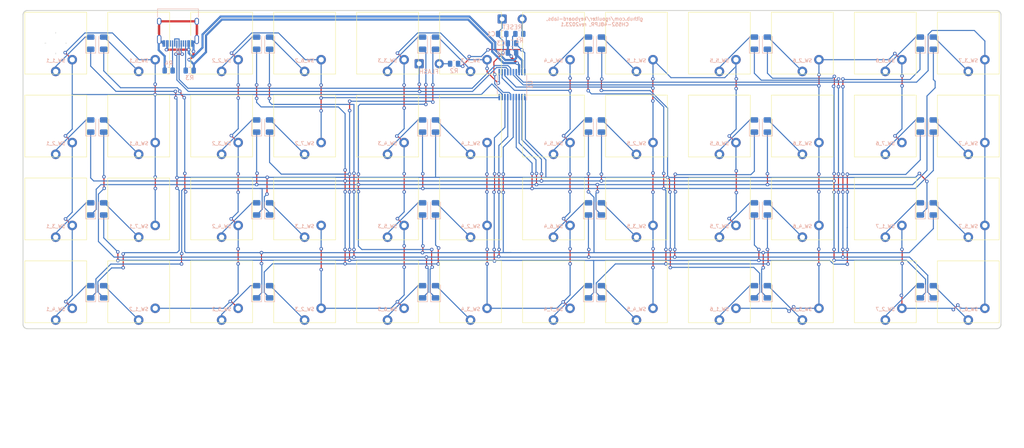
<source format=kicad_pcb>
(kicad_pcb (version 20221018) (generator pcbnew)
  (title_block (title "CH552-48LPR") (date "2023-12-22") (rev "2023.1") (company "Richard Goulter (rgoulter)") (comment 3 "Project: https://github.com/rgoulter/keyboard-labs") (comment 4 "Simple 4x12 ortholinear keyboard using CH552 MCU") (comment 5 "Mounts compatible with PyKey40."))
  (layers (0 "F.Cu" signal "Front") (31 "B.Cu" signal "Back") (34 "B.Paste" user) (35 "F.Paste" user) (36 "B.SilkS" user "B.Silkscreen") (37 "F.SilkS" user "F.Silkscreen") (38 "B.Mask" user) (39 "F.Mask" user) (44 "Edge.Cuts" user))
  (net 0 "")
  (net 1 "/ROW1")
  (net 2 "/ROW2")
  (net 3 "/ROW3")
  (net 4 "/ROW4")
  (net 5 "Net-(D_4_7-A)")
  (net 6 "Net-(D_1_1-A)")
  (net 7 "Net-(D_1_2-A)")
  (net 8 "Net-(D_1_3-A)")
  (net 9 "Net-(D_1_6-A)")
  (net 10 "Net-(D_1_5-A)")
  (net 11 "Net-(D_1_7-A)")
  (net 12 "Net-(D_2_6-A)")
  (net 13 "Net-(D_2_7-A)")
  (net 14 "Net-(D_3_6-A)")
  (net 15 "Net-(D_3_7-A)")
  (net 16 "Net-(D_2_1-A)")
  (net 17 "Net-(D_2_2-A)")
  (net 18 "Net-(D_2_3-A)")
  (net 19 "Net-(D_2_4-A)")
  (net 20 "Net-(D_2_5-A)")
  (net 21 "/ROW5")
  (net 22 "Net-(D_5_1-A)")
  (net 23 "Net-(D_5_2-A)")
  (net 24 "Net-(D_5_3-A)")
  (net 25 "Net-(D_5_5-A)")
  (net 26 "Net-(D_3_1-A)")
  (net 27 "Net-(D_3_2-A)")
  (net 28 "Net-(D_3_3-A)")
  (net 29 "Net-(D_3_4-A)")
  (net 30 "Net-(D_3_5-A)")
  (net 31 "Net-(D_5_6-A)")
  (net 32 "Net-(D_5_7-A)")
  (net 33 "/ROW6")
  (net 34 "Net-(D_6_1-A)")
  (net 35 "Net-(D_6_2-A)")
  (net 36 "Net-(D_4_1-A)")
  (net 37 "Net-(D_4_2-A)")
  (net 38 "Net-(D_4_3-A)")
  (net 39 "Net-(D_6_3-A)")
  (net 40 "Net-(D_4_5-A)")
  (net 41 "Net-(D_4_6-A)")
  (net 42 "Net-(D_6_4-A)")
  (net 43 "Net-(D_6_5-A)")
  (net 44 "Net-(D_6_6-A)")
  (net 45 "Net-(D_6_7-A)")
  (net 46 "/ROW7")
  (net 47 "/COL1")
  (net 48 "/COL2")
  (net 49 "/COL3")
  (net 50 "/COL4")
  (net 51 "/COL5")
  (net 52 "Net-(D_7_1-A)")
  (net 53 "Net-(D_7_2-A)")
  (net 54 "Net-(D_7_4-A)")
  (net 55 "Net-(D_7_5-A)")
  (net 56 "Net-(D_7_6-A)")
  (net 57 "/COL6")
  (net 58 "/COL7")
  (net 59 "/GND")
  (net 60 "/VBUS")
  (net 61 "Net-(J1-CC1)")
  (net 62 "/DOWNLOAD")
  (net 63 "/DM")
  (net 64 "Net-(J1-CC2)")
  (net 65 "Net-(D_1_4-A)")
  (net 66 "Net-(D_4_4-A)")
  (net 67 "Net-(D_5_4-A)")
  (net 68 "Net-(D_7_3-A)")
  (net 69 "/3V3")
  (net 70 "/RESET")
  (net 71 "Net-(SW1-B)")
  (net 72 "Net-(SW2-B)")
  (footprint "ProjectLocal:SW_Redragon_LowProfile_PCB_1.00u" (layer "F.Cu") (at 57.5 57.5)
    (fp_text reference "SW_1_1")
    (fp_text value "MX-compatible or Kailh Choc v1")
  )
  (footprint "ProjectLocal:SW_Redragon_LowProfile_PCB_1.00u" (layer "F.Cu") (at 76.55 114.65)
    (fp_text reference "SW_1_2")
    (fp_text value "MX-compatible or Kailh Choc v1")
  )
  (footprint "ProjectLocal:SW_Redragon_LowProfile_PCB_1.00u" (layer "F.Cu") (at 114.65 95.6)
    (fp_text reference "SW_1_3")
    (fp_text value "MX-compatible or Kailh Choc v1")
  )
  (footprint "ProjectLocal:SW_Redragon_LowProfile_PCB_1.00u" (layer "F.Cu") (at 190.85 57.5)
    (fp_text reference "SW_1_5")
    (fp_text value "MX-compatible or Kailh Choc v1")
  )
  (footprint "ProjectLocal:SW_Redragon_LowProfile_PCB_1.00u" (layer "F.Cu") (at 57.5 76.55)
    (fp_text reference "SW_2_1")
    (fp_text value "MX-compatible or Kailh Choc v1")
  )
  (footprint "ProjectLocal:SW_Redragon_LowProfile_PCB_1.00u" (layer "F.Cu") (at 95.6 57.5)
    (fp_text reference "SW_2_2")
    (fp_text value "MX-compatible or Kailh Choc v1")
  )
  (footprint "ProjectLocal:SW_Redragon_LowProfile_PCB_1.00u" (layer "F.Cu") (at 114.65 114.65)
    (fp_text reference "SW_2_3")
    (fp_text value "MX-compatible or Kailh Choc v1")
  )
  (footprint "ProjectLocal:SW_Redragon_LowProfile_PCB_1.00u" (layer "F.Cu") (at 152.75 95.6)
    (fp_text reference "SW_2_4")
    (fp_text value "MX-compatible or Kailh Choc v1")
  )
  (footprint "ProjectLocal:SW_Redragon_LowProfile_PCB_1.00u" (layer "F.Cu") (at 190.85 76.55)
    (fp_text reference "SW_2_5")
    (fp_text value "MX-compatible or Kailh Choc v1")
  )
  (footprint "ProjectLocal:SW_Redragon_LowProfile_PCB_1.00u" (layer "F.Cu") (at 57.5 95.6)
    (fp_text reference "SW_3_1")
    (fp_text value "MX-compatible or Kailh Choc v1")
  )
  (footprint "ProjectLocal:SW_Redragon_LowProfile_PCB_1.00u" (layer "F.Cu") (at 95.6 76.55)
    (fp_text reference "SW_3_2")
    (fp_text value "MX-compatible or Kailh Choc v1")
  )
  (footprint "ProjectLocal:SW_Redragon_LowProfile_PCB_1.00u" (layer "F.Cu") (at 152.75 114.65)
    (fp_text reference "SW_3_4")
    (fp_text value "MX-compatible or Kailh Choc v1")
  )
  (footprint "ProjectLocal:SW_Redragon_LowProfile_PCB_1.00u" (layer "F.Cu") (at 190.85 95.6)
    (fp_text reference "SW_3_5")
    (fp_text value "MX-compatible or Kailh Choc v1")
  )
  (footprint "ProjectLocal:SW_Redragon_LowProfile_PCB_1.00u" (layer "F.Cu") (at 57.5 114.65)
    (fp_text reference "SW_4_1")
    (fp_text value "MX-compatible or Kailh Choc v1")
  )
  (footprint "ProjectLocal:SW_Redragon_LowProfile_PCB_1.00u" (layer "F.Cu") (at 95.6 95.6)
    (fp_text reference "SW_4_2")
    (fp_text value "MX-compatible or Kailh Choc v1")
  )
  (footprint "ProjectLocal:SW_Redragon_LowProfile_PCB_1.00u" (layer "F.Cu") (at 133.7 76.55)
    (fp_text reference "SW_4_3")
    (fp_text value "MX-compatible or Kailh Choc v1")
  )
  (footprint "ProjectLocal:SW_Redragon_LowProfile_PCB_1.00u" (layer "F.Cu") (at 190.85 114.65)
    (fp_text reference "SW_4_5")
    (fp_text value "MX-compatible or Kailh Choc v1")
  )
  (footprint "ProjectLocal:SW_Redragon_LowProfile_PCB_1.00u" (layer "F.Cu") (at 228.95 95.6)
    (fp_text reference "SW_4_6")
    (fp_text value "MX-compatible or Kailh Choc v1")
  )
  (footprint "MountingHole:MountingHole_2.2mm_M2_DIN965" (layer "F.Cu") (at 67.025 105.125)
    (fp_text reference "H2" hide)
    (fp_text value "MountingHole")
  )
  (footprint "MountingHole:MountingHole_2.2mm_M2_DIN965" (layer "F.Cu") (at 257.525 105.125)
    (fp_text reference "H3" hide)
    (fp_text value "MountingHole")
  )
  (footprint "MountingHole:MountingHole_2.2mm_M2_DIN965" (layer "F.Cu") (at 162.275 86.075)
    (fp_text reference "H5" hide)
    (fp_text value "MountingHole")
  )
  (footprint "MountingHole:MountingHole_2.2mm_M2_DIN965" (layer "F.Cu") (at 257.525 67.025)
    (fp_text reference "H4" hide)
    (fp_text value "MountingHole")
  )
  (footprint "MountingHole:MountingHole_2.2mm_M2_DIN965" (layer "F.Cu") (at 67.025 67.025)
    (fp_text reference "H1" hide)
    (fp_text value "MountingHole")
  )
  (footprint "ProjectLocal:SW_Redragon_LowProfile_PCB_1.00u" (layer "F.Cu") (at 248 114.65)
    (fp_text reference "SW_2_7")
    (fp_text value "MX-compatible or Kailh Choc v1")
  )
  (footprint "ProjectLocal:SW_Redragon_LowProfile_PCB_1.00u" (layer "F.Cu") (at 133.7 114.65)
    (fp_text reference "SW_6_3")
    (fp_text value "MX-compatible or Kailh Choc v1")
  )
  (footprint "ProjectLocal:SW_Redragon_LowProfile_PCB_1.00u" (layer "F.Cu") (at 152.75 76.55)
    (fp_text reference "SW_1_4")
    (fp_text value "MX-compatible or Kailh Choc v1")
  )
  (footprint "ProjectLocal:SW_Redragon_LowProfile_PCB_1.00u" (layer "F.Cu") (at 209.9 114.65)
    (fp_text reference "SW_1_6")
    (fp_text value "MX-compatible or Kailh Choc v1")
  )
  (footprint "ProjectLocal:SW_Redragon_LowProfile_PCB_1.00u" (layer "F.Cu") (at 209.9 95.6)
    (fp_text reference "SW_7_5")
    (fp_text value "MX-compatible or Kailh Choc v1")
  )
  (footprint "ProjectLocal:SW_Redragon_LowProfile_PCB_1.00u" (layer "F.Cu") (at 171.8 76.55)
    (fp_text reference "SW_5_4")
    (fp_text value "MX-compatible or Kailh Choc v1")
  )
  (footprint "ProjectLocal:SW_Redragon_LowProfile_PCB_1.00u" (layer "F.Cu") (at 171.8 95.6)
    (fp_text reference "SW_6_4")
    (fp_text value "MX-compatible or Kailh Choc v1")
  )
  (footprint "ProjectLocal:SW_Redragon_LowProfile_PCB_1.00u" (layer "F.Cu") (at 267.05 57.5)
    (fp_text reference "SW_3_7")
    (fp_text value "MX-compatible or Kailh Choc v1")
  )
  (footprint "ProjectLocal:SW_Redragon_LowProfile_PCB_1.00u" (layer "F.Cu") (at 114.65 57.5)
    (fp_text reference "SW_6_2")
    (fp_text value "MX-compatible or Kailh Choc v1")
  )
  (footprint "ProjectLocal:SW_Redragon_LowProfile_PCB_1.00u" (layer "F.Cu") (at 133.7 95.6)
    (fp_text reference "SW_5_3")
    (fp_text value "MX-compatible or Kailh Choc v1")
  )
  (footprint "ProjectLocal:SW_Redragon_LowProfile_PCB_1.00u" (layer "F.Cu") (at 267.05 114.65)
    (fp_text reference "SW_6_7")
    (fp_text value "MX-compatible or Kailh Choc v1")
  )
  (footprint "ProjectLocal:SW_Redragon_LowProfile_PCB_1.00u" (layer "F.Cu") (at 114.65 76.55)
    (fp_text reference "SW_7_2")
    (fp_text value "MX-compatible or Kailh Choc v1")
  )
  (footprint "ProjectLocal:SW_Redragon_LowProfile_PCB_1.00u" (layer "F.Cu") (at 171.8 57.5)
    (fp_text reference "SW_4_4")
    (fp_text value "MX-compatible or Kailh Choc v1")
  )
  (footprint "ProjectLocal:SW_Redragon_LowProfile_PCB_1.00u" (layer "F.Cu") (at 267.05 95.6)
    (fp_text reference "SW_5_7")
    (fp_text value "MX-compatible or Kailh Choc v1")
  )
  (footprint "ProjectLocal:SW_Redragon_LowProfile_PCB_1.00u" (layer "F.Cu") (at 76.55 57.5)
    (fp_text reference "SW_5_1")
    (fp_text value "MX-compatible or Kailh Choc v1")
  )
  (footprint "ProjectLocal:SW_Redragon_LowProfile_PCB_1.00u" (layer "F.Cu") (at 248 57.5)
    (fp_text reference "SW_6_6")
    (fp_text value "MX-compatible or Kailh Choc v1")
  )
  (footprint "ProjectLocal:SW_Redragon_LowProfile_PCB_1.00u" (layer "F.Cu") (at 228.95 57.5)
    (fp_text reference "SW_2_6")
    (fp_text value "MX-compatible or Kailh Choc v1")
  )
  (footprint "ProjectLocal:SW_Redragon_LowProfile_PCB_1.00u" (layer "F.Cu") (at 209.9 57.5)
    (fp_text reference "SW_5_5")
    (fp_text value "MX-compatible or Kailh Choc v1")
  )
  (footprint "ProjectLocal:SW_Redragon_LowProfile_PCB_1.00u" (layer "F.Cu") (at 76.55 95.6)
    (fp_text reference "SW_7_1")
    (fp_text value "MX-compatible or Kailh Choc v1")
  )
  (footprint "ProjectLocal:SW_Redragon_LowProfile_PCB_1.00u" (layer "F.Cu") (at 267.05 76.55)
    (fp_text reference "SW_4_7")
    (fp_text value "MX-compatible or Kailh Choc v1")
  )
  (footprint "ProjectLocal:SW_Redragon_LowProfile_PCB_1.00u" (layer "F.Cu") (at 228.95 76.55)
    (fp_text reference "SW_3_6")
    (fp_text value "MX-compatible or Kailh Choc v1")
  )
  (footprint "ProjectLocal:SW_Redragon_LowProfile_PCB_1.00u" (layer "F.Cu") (at 133.7 57.5)
    (fp_text reference "SW_3_3")
    (fp_text value "MX-compatible or Kailh Choc v1")
  )
  (footprint "ProjectLocal:SW_Redragon_LowProfile_PCB_1.00u" (layer "F.Cu") (at 248 76.55)
    (fp_text reference "SW_7_6")
    (fp_text value "MX-compatible or Kailh Choc v1")
  )
  (footprint "ProjectLocal:SW_Redragon_LowProfile_PCB_1.00u" (layer "F.Cu") (at 76.55 76.55)
    (fp_text reference "SW_6_1")
    (fp_text value "MX-compatible or Kailh Choc v1")
  )
  (footprint "ProjectLocal:SW_Redragon_LowProfile_PCB_1.00u" (layer "F.Cu") (at 95.6 114.65)
    (fp_text reference "SW_5_2")
    (fp_text value "MX-compatible or Kailh Choc v1")
  )
  (footprint "ProjectLocal:SW_Redragon_LowProfile_PCB_1.00u" (layer "F.Cu") (at 209.9 76.55)
    (fp_text reference "SW_6_5")
    (fp_text value "MX-compatible or Kailh Choc v1")
  )
  (footprint "ProjectLocal:SW_Redragon_LowProfile_PCB_1.00u" (layer "F.Cu") (at 248 95.6)
    (fp_text reference "SW_1_7")
    (fp_text value "MX-compatible or Kailh Choc v1")
  )
  (footprint "ProjectLocal:SW_Redragon_LowProfile_PCB_1.00u" (layer "F.Cu") (at 228.95 114.65)
    (fp_text reference "SW_5_6")
    (fp_text value "MX-compatible or Kailh Choc v1")
  )
  (footprint "ProjectLocal:SW_Redragon_LowProfile_PCB_1.00u" (layer "F.Cu") (at 171.8 114.65)
    (fp_text reference "SW_7_4")
    (fp_text value "MX-compatible or Kailh Choc v1")
  )
  (footprint "ProjectLocal:SW_Redragon_LowProfile_PCB_1.00u" (layer "F.Cu") (at 152.75 57.5)
    (fp_text reference "SW_7_3")
    (fp_text value "MX-compatible or Kailh Choc v1")
  )
  (footprint "Diode_SMD:D_1206_3216Metric" (layer "B.Cu") (at 259.025 114.65 90)
    (fp_text reference "D_6_7" hide)
    (fp_text value "1N4148")
  )
  (footprint "Diode_SMD:D_1206_3216Metric" (layer "B.Cu") (at 144.725 114.65 90)
    (fp_text reference "D_3_4" hide)
    (fp_text value "1N4148")
  )
  (footprint "Diode_SMD:D_1206_3216Metric" (layer "B.Cu") (at 259.025 76.55 90)
    (fp_text reference "D_4_7" hide)
    (fp_text value "1N4148")
  )
  (footprint "Diode_SMD:D_1206_3216Metric" (layer "B.Cu") (at 106.625 114.65 90)
    (fp_text reference "D_2_3" hide)
    (fp_text value "1N4148")
  )
  (footprint "Diode_SMD:D_1206_3216Metric" (layer "B.Cu") (at 182.825 95.6 90)
    (fp_text reference "D_3_5" hide)
    (fp_text value "1N4148")
  )
  (footprint "Diode_SMD:D_1206_3216Metric" (layer "B.Cu") (at 256.025 114.65 90)
    (fp_text reference "D_2_7" hide)
    (fp_text value "1N4148")
  )
  (footprint "Diode_SMD:D_1206_3216Metric" (layer "B.Cu") (at 103.625 114.65 90)
    (fp_text reference "D_5_2" hide)
    (fp_text value "1N4148")
  )
  (footprint "Connector_Wire:SolderWire-0.5sqmm_1x02_P4.6mm_D0.9mm_OD2.1mm" (layer "B.Cu") (at 160.006 51.943)
    (fp_text reference "SW1" hide)
    (fp_text value "SW_SPST")
  )
  (footprint "Diode_SMD:D_1206_3216Metric" (layer "B.Cu") (at 68.525 114.65 90)
    (fp_text reference "D_1_2" hide)
    (fp_text value "1N4148")
  )
  (footprint "Diode_SMD:D_1206_3216Metric" (layer "B.Cu") (at 217.925 57.5 90)
    (fp_text reference "D_5_5" hide)
    (fp_text value "1N4148")
  )
  (footprint "Diode_SMD:D_1206_3216Metric" (layer "B.Cu") (at 141.725 114.65 90)
    (fp_text reference "D_6_3" hide)
    (fp_text value "1N4148")
  )
  (footprint "Diode_SMD:D_1206_3216Metric" (layer "B.Cu") (at 259.025 95.6 90)
    (fp_text reference "D_5_7" hide)
    (fp_text value "1N4148")
  )
  (footprint "Diode_SMD:D_1206_3216Metric" (layer "B.Cu") (at 217.925 114.65 90)
    (fp_text reference "D_1_6" hide)
    (fp_text value "1N4148")
  )
  (footprint "Capacitor_SMD:C_0805_2012Metric" (layer "B.Cu") (at 160.02 55.372)
    (fp_text reference "C1")
    (fp_text value "100n")
  )
  (footprint "Diode_SMD:D_1206_3216Metric" (layer "B.Cu") (at 179.825 76.55 90)
    (fp_text reference "D_5_4" hide)
    (fp_text value "1N4148")
  )
  (footprint "Diode_SMD:D_1206_3216Metric" (layer "B.Cu") (at 103.625 76.55 90)
    (fp_text reference "D_3_2" hide)
    (fp_text value "1N4148")
  )
  (footprint "Diode_SMD:D_1206_3216Metric" (layer "B.Cu") (at 144.725 95.6 90)
    (fp_text reference "D_2_4" hide)
    (fp_text value "1N4148")
  )
  (footprint "Diode_SMD:D_1206_3216Metric" (layer "B.Cu") (at 259.025 57.5 90)
    (fp_text reference "D_3_7" hide)
    (fp_text value "1N4148")
  )
  (footprint "Diode_SMD:D_1206_3216Metric" (layer "B.Cu") (at 65.525 95.6 90)
    (fp_text reference "D_3_1" hide)
    (fp_text value "1N4148")
  )
  (footprint "Diode_SMD:D_1206_3216Metric" (layer "B.Cu") (at 144.725 76.55 90)
    (fp_text reference "D_1_4" hide)
    (fp_text value "1N4148")
  )
  (footprint "Capacitor_SMD:C_0805_2012Metric" (layer "B.Cu") (at 162.275 57.531 180)
    (fp_text reference "C3")
    (fp_text value "100n")
  )
  (footprint "Diode_SMD:D_1206_3216Metric" (layer "B.Cu") (at 179.825 114.65 90)
    (fp_text reference "D_7_4" hide)
    (fp_text value "1N4148")
  )
  (footprint "Package_SO:TSSOP-20_4.4x6.5mm_P0.65mm" (layer "B.Cu") (at 162.275 67.025 90)
    (fp_text reference "U1")
    (fp_text value "CH552T")
  )
  (footprint "Connector_Wire:SolderWire-0.5sqmm_1x02_P4.6mm_D0.9mm_OD2.1mm" (layer "B.Cu") (at 140.956 62.23)
    (fp_text reference "SW2" hide)
    (fp_text value "SW_SPST")
  )
  (footprint "Resistor_SMD:R_0805_2012Metric" (layer "B.Cu") (at 88.265 63.8)
    (fp_text reference "R3")
    (fp_text value "5.1k")
  )
  (footprint "Diode_SMD:D_1206_3216Metric" (layer "B.Cu") (at 220.925 76.55 90)
    (fp_text reference "D_3_6" hide)
    (fp_text value "1N4148")
  )
  (footprint "Diode_SMD:D_1206_3216Metric" (layer "B.Cu") (at 182.825 114.65 90)
    (fp_text reference "D_4_5" hide)
    (fp_text value "1N4148")
  )
  (footprint "Diode_SMD:D_1206_3216Metric" (layer "B.Cu") (at 179.825 95.6 90)
    (fp_text reference "D_6_4" hide)
    (fp_text value "1N4148")
  )
  (footprint "Diode_SMD:D_1206_3216Metric" (layer "B.Cu") (at 141.725 57.5 90)
    (fp_text reference "D_3_3" hide)
    (fp_text value "1N4148")
  )
  (footprint "Diode_SMD:D_1206_3216Metric" (layer "B.Cu") (at 256.025 57.5 90)
    (fp_text reference "D_6_6" hide)
    (fp_text value "1N4148")
  )
  (footprint "Resistor_SMD:R_0805_2012Metric" (layer "B.Cu") (at 148.971 62.23)
    (fp_text reference "R2")
    (fp_text value "10K")
  )
  (footprint "Diode_SMD:D_1206_3216Metric" (layer "B.Cu") (at 179.825 57.5 90)
    (fp_text reference "D_4_4" hide)
    (fp_text value "1N4148")
  )
  (footprint "Diode_SMD:D_1206_3216Metric" (layer "B.Cu") (at 182.825 76.55 90)
    (fp_text reference "D_2_5" hide)
    (fp_text value "1N4148")
  )
  (footprint "Diode_SMD:D_1206_3216Metric" (layer "B.Cu") (at 68.525 95.6 90)
    (fp_text reference "D_7_1" hide)
    (fp_text value "1N4148")
  )
  (footprint "Diode_SMD:D_1206_3216Metric" (layer "B.Cu") (at 103.625 95.6 90)
    (fp_text reference "D_4_2" hide)
    (fp_text value "1N4148")
  )
  (footprint "Diode_SMD:D_1206_3216Metric" (layer "B.Cu") (at 106.625 95.6 90)
    (fp_text reference "D_1_3" hide)
    (fp_text value "1N4148")
  )
  (footprint "Diode_SMD:D_1206_3216Metric" (layer "B.Cu") (at 65.525 114.65 90)
    (fp_text reference "D_4_1" hide)
    (fp_text value "1N4148")
  )
  (footprint "Diode_SMD:D_1206_3216Metric" (layer "B.Cu") (at 144.725 57.5 90)
    (fp_text reference "D_7_3" hide)
    (fp_text value "1N4148")
  )
  (footprint "Diode_SMD:D_1206_3216Metric" (layer "B.Cu") (at 217.925 95.6 90)
    (fp_text reference "D_7_5" hide)
    (fp_text value "1N4148")
  )
  (footprint "Diode_SMD:D_1206_3216Metric" (layer "B.Cu") (at 68.525 57.5 90)
    (fp_text reference "D_5_1" hide)
    (fp_text value "1N4148")
  )
  (footprint "Diode_SMD:D_1206_3216Metric" (layer "B.Cu") (at 217.925 76.55 90)
    (fp_text reference "D_6_5" hide)
    (fp_text value "1N4148")
  )
  (footprint "Diode_SMD:D_1206_3216Metric" (layer "B.Cu") (at 256.025 76.55 90)
    (fp_text reference "D_7_6" hide)
    (fp_text value "1N4148")
  )
  (footprint "Diode_SMD:D_1206_3216Metric" (layer "B.Cu") (at 68.525 76.55 90)
    (fp_text reference "D_6_1" hide)
    (fp_text value "1N4148")
  )
  (footprint "Capacitor_SMD:C_0805_2012Metric" (layer "B.Cu") (at 162.275 59.69 180)
    (fp_text reference "C2")
    (fp_text value "100n")
  )
  (footprint "Resistor_SMD:R_0805_2012Metric" (layer "B.Cu") (at 163.957 55.372 180)
    (fp_text reference "R1")
    (fp_text value "330R")
  )
  (footprint "Connector_USB:USB_C_Receptacle_HRO_TYPE-C-31-M-12" (layer "B.Cu") (at 85.575 53.52925)
    (fp_text reference "J1")
    (fp_text value "USB_C_Receptacle_USB2.0")
  )
  (footprint "Resistor_SMD:R_0805_2012Metric" (layer "B.Cu") (at 83.439 63.8 180)
    (fp_text reference "R4")
    (fp_text value "5.1k")
  )
  (footprint "Diode_SMD:D_1206_3216Metric" (layer "B.Cu") (at 182.825 57.5 90)
    (fp_text reference "D_1_5" hide)
    (fp_text value "1N4148")
  )
  (footprint "Diode_SMD:D_1206_3216Metric" (layer "B.Cu") (at 106.625 76.55 90)
    (fp_text reference "D_7_2" hide)
    (fp_text value "1N4148")
  )
  (footprint "Diode_SMD:D_1206_3216Metric" (layer "B.Cu") (at 220.925 114.65 90)
    (fp_text reference "D_5_6" hide)
    (fp_text value "1N4148")
  )
  (footprint "Diode_SMD:D_1206_3216Metric" (layer "B.Cu") (at 65.525 57.5 90)
    (fp_text reference "D_1_1" hide)
    (fp_text value "1N4148")
  )
  (footprint "Diode_SMD:D_1206_3216Metric" (layer "B.Cu") (at 141.725 76.55 90)
    (fp_text reference "D_4_3" hide)
    (fp_text value "1N4148")
  )
  (footprint "Diode_SMD:D_1206_3216Metric" (layer "B.Cu") (at 65.525 76.55 90)
    (fp_text reference "D_2_1" hide)
    (fp_text value "1N4148")
  )
  (footprint "Diode_SMD:D_1206_3216Metric" (layer "B.Cu") (at 106.625 57.5 90)
    (fp_text reference "D_6_2" hide)
    (fp_text value "1N4148")
  )
  (footprint "Diode_SMD:D_1206_3216Metric" (layer "B.Cu") (at 141.725 95.6 90)
    (fp_text reference "D_5_3" hide)
    (fp_text value "1N4148")
  )
  (footprint "Diode_SMD:D_1206_3216Metric" (layer "B.Cu") (at 256.025 95.6 90)
    (fp_text reference "D_1_7" hide)
    (fp_text value "1N4148")
  )
  (footprint "Diode_SMD:D_1206_3216Metric" (layer "B.Cu") (at 220.925 95.6 90)
    (fp_text reference "D_4_6" hide)
    (fp_text value "1N4148")
  )
  (footprint "Diode_SMD:D_1206_3216Metric" (layer "B.Cu") (at 220.925 57.5 90)
    (fp_text reference "D_2_6" hide)
    (fp_text value "1N4148")
  )
  (footprint "Diode_SMD:D_1206_3216Metric" (layer "B.Cu") (at 103.625 57.5 90)
    (fp_text reference "D_2_2" hide)
    (fp_text value "1N4148")
  )
  (gr_line (start 50.190979 50.412201) (end 50.133972 50.5) (stroke (width 0.2)) (layer "Edge.Cuts"))
  (gr_line (start 273.957 50.086441) (end 273.859 50.048935) (stroke (width 0.2)) (layer "Edge.Cuts"))
  (gr_line (start 50.593262 123.0636) (end 50.690979 123.1011) (stroke (width 0.2)) (layer "Edge.Cuts"))
  (gr_line (start 50.021851 122.3579) (end 50.048935 122.459) (stroke (width 0.2)) (layer "Edge.Cuts"))
  (gr_line (start 50.5 50.133972) (end 50.412201 50.190979) (stroke (width 0.2)) (layer "Edge.Cuts"))
  (gr_line (start 273.859 50.048935) (end 273.758 50.021851) (stroke (width 0.2)) (layer "Edge.Cuts"))
  (gr_line (start 50.133972 122.65) (end 50.190979 122.7378) (stroke (width 0.2)) (layer "Edge.Cuts"))
  (gr_line (start 50.792084 50.021851) (end 50.690979 50.048935) (stroke (width 0.2)) (layer "Edge.Cuts"))
  (gr_line (start 274.219 50.256851) (end 274.138 50.190979) (stroke (width 0.2)) (layer "Edge.Cuts"))
  (gr_line (start 50.086441 50.593262) (end 50.048935 50.690979) (stroke (width 0.2)) (layer "Edge.Cuts"))
  (gr_line (start 50.895462 50.005478) (end 50.792084 50.021851) (stroke (width 0.2)) (layer "Edge.Cuts"))
  (gr_line (start 50.005478 50.895462) (end 50 51) (stroke (width 0.2)) (layer "Edge.Cuts"))
  (gr_line (start 50.190979 122.7378) (end 50.256851 122.8191) (stroke (width 0.2)) (layer "Edge.Cuts"))
  (gr_line (start 50.412201 122.959) (end 50.5 123.016) (stroke (width 0.2)) (layer "Edge.Cuts"))
  (gr_line (start 274.55 122.15) (end 274.55 51) (stroke (width 0.2)) (layer "Edge.Cuts"))
  (gr_line (start 273.55 50) (end 51 50) (stroke (width 0.2)) (layer "Edge.Cuts"))
  (gr_line (start 50.048935 50.690979) (end 50.021851 50.792084) (stroke (width 0.2)) (layer "Edge.Cuts"))
  (gr_line (start 274.359 50.412201) (end 274.293 50.330856) (stroke (width 0.2)) (layer "Edge.Cuts"))
  (gr_line (start 274.138 50.190979) (end 274.05 50.133972) (stroke (width 0.2)) (layer "Edge.Cuts"))
  (gr_line (start 50.086441 122.5567) (end 50.133972 122.65) (stroke (width 0.2)) (layer "Edge.Cuts"))
  (gr_line (start 273.758 50.021851) (end 273.655 50.005478) (stroke (width 0.2)) (layer "Edge.Cuts"))
  (gr_line (start 274.416 122.65) (end 274.464 122.5567) (stroke (width 0.2)) (layer "Edge.Cuts"))
  (gr_line (start 51 50) (end 50.895462 50.005478) (stroke (width 0.2)) (layer "Edge.Cuts"))
  (gr_line (start 274.05 123.016) (end 274.138 122.959) (stroke (width 0.2)) (layer "Edge.Cuts"))
  (gr_line (start 274.528 122.3579) (end 274.545 122.2545) (stroke (width 0.2)) (layer "Edge.Cuts"))
  (gr_line (start 50.005478 122.2545) (end 50.021851 122.3579) (stroke (width 0.2)) (layer "Edge.Cuts"))
  (gr_line (start 50 51) (end 50 122.15) (stroke (width 0.2)) (layer "Edge.Cuts"))
  (gr_line (start 50.412201 50.190979) (end 50.330856 50.256851) (stroke (width 0.2)) (layer "Edge.Cuts"))
  (gr_line (start 50.895462 123.1445) (end 51 123.15) (stroke (width 0.2)) (layer "Edge.Cuts"))
  (gr_line (start 274.464 50.593262) (end 274.416 50.5) (stroke (width 0.2)) (layer "Edge.Cuts"))
  (gr_line (start 274.293 122.8191) (end 274.359 122.7378) (stroke (width 0.2)) (layer "Edge.Cuts"))
  (gr_line (start 50.021851 50.792084) (end 50.005478 50.895462) (stroke (width 0.2)) (layer "Edge.Cuts"))
  (gr_line (start 274.528 50.792084) (end 274.501 50.690979) (stroke (width 0.2)) (layer "Edge.Cuts"))
  (gr_line (start 274.138 122.959) (end 274.219 122.8931) (stroke (width 0.2)) (layer "Edge.Cuts"))
  (gr_line (start 50.330856 50.256851) (end 50.256851 50.330856) (stroke (width 0.2)) (layer "Edge.Cuts"))
  (gr_line (start 274.55 51) (end 274.545 50.895462) (stroke (width 0.2)) (layer "Edge.Cuts"))
  (gr_line (start 50.256851 122.8191) (end 50.330856 122.8931) (stroke (width 0.2)) (layer "Edge.Cuts"))
  (gr_line (start 273.55 123.15) (end 273.655 123.1445) (stroke (width 0.2)) (layer "Edge.Cuts"))
  (gr_line (start 274.501 50.690979) (end 274.464 50.593262) (stroke (width 0.2)) (layer "Edge.Cuts"))
  (gr_line (start 274.501 122.459) (end 274.528 122.3579) (stroke (width 0.2)) (layer "Edge.Cuts"))
  (gr_line (start 273.655 50.005478) (end 273.55 50) (stroke (width 0.2)) (layer "Edge.Cuts"))
  (gr_line (start 50.792084 123.1281) (end 50.895462 123.1445) (stroke (width 0.2)) (layer "Edge.Cuts"))
  (gr_line (start 50.5 123.016) (end 50.593262 123.0636) (stroke (width 0.2)) (layer "Edge.Cuts"))
  (gr_line (start 50.593262 50.086441) (end 50.5 50.133972) (stroke (width 0.2)) (layer "Edge.Cuts"))
  (gr_line (start 274.359 122.7378) (end 274.416 122.65) (stroke (width 0.2)) (layer "Edge.Cuts"))
  (gr_line (start 274.416 50.5) (end 274.359 50.412201) (stroke (width 0.2)) (layer "Edge.Cuts"))
  (gr_line (start 50 122.15) (end 50.005478 122.2545) (stroke (width 0.2)) (layer "Edge.Cuts"))
  (gr_line (start 51 123.15) (end 273.55 123.15) (stroke (width 0.2)) (layer "Edge.Cuts"))
  (gr_line (start 273.957 123.0636) (end 274.05 123.016) (stroke (width 0.2)) (layer "Edge.Cuts"))
  (gr_line (start 50.330856 122.8931) (end 50.412201 122.959) (stroke (width 0.2)) (layer "Edge.Cuts"))
  (gr_line (start 274.05 50.133972) (end 273.957 50.086441) (stroke (width 0.2)) (layer "Edge.Cuts"))
  (gr_line (start 274.464 122.5567) (end 274.501 122.459) (stroke (width 0.2)) (layer "Edge.Cuts"))
  (gr_line (start 274.219 122.8931) (end 274.293 122.8191) (stroke (width 0.2)) (layer "Edge.Cuts"))
  (gr_line (start 274.293 50.330856) (end 274.219 50.256851) (stroke (width 0.2)) (layer "Edge.Cuts"))
  (gr_line (start 50.133972 50.5) (end 50.086441 50.593262) (stroke (width 0.2)) (layer "Edge.Cuts"))
  (gr_line (start 274.545 50.895462) (end 274.528 50.792084) (stroke (width 0.2)) (layer "Edge.Cuts"))
  (gr_line (start 273.655 123.1445) (end 273.758 123.1281) (stroke (width 0.2)) (layer "Edge.Cuts"))
  (gr_line (start 50.690979 123.1011) (end 50.792084 123.1281) (stroke (width 0.2)) (layer "Edge.Cuts"))
  (gr_line (start 274.545 122.2545) (end 274.55 122.15) (stroke (width 0.2)) (layer "Edge.Cuts"))
  (gr_line (start 50.690979 50.048935) (end 50.593262 50.086441) (stroke (width 0.2)) (layer "Edge.Cuts"))
  (gr_line (start 273.758 123.1281) (end 273.859 123.1011) (stroke (width 0.2)) (layer "Edge.Cuts"))
  (gr_line (start 273.859 123.1011) (end 273.957 123.0636) (stroke (width 0.2)) (layer "Edge.Cuts"))
  (gr_line (start 50.048935 122.459) (end 50.086441 122.5567) (stroke (width 0.2)) (layer "Edge.Cuts"))
  (gr_line (start 50.256851 50.330856) (end 50.190979 50.412201) (stroke (width 0.2)) (layer "Edge.Cuts"))
  (gr_text "github.com/rgoulter/keyboard-labs,\n${TITLE}, rev${REVISION}" (at 181.2544 52.5526) (layer "B.SilkS") (effects (font (size 0.8 0.8) (thickness 0.16)) (justify mirror)))
  (gr_text "RESET" (at 162.3568 54.4068) (layer "B.SilkS") (effects (font (size 1 1)) (justify bottom mirror)))
  (gr_text "FLASH" (at 145.542 64.643) (layer "B.SilkS") (effects (font (size 1 1)) (justify left bottom mirror)))
  (target plus (at 57.5 57.5) (size 5) (width 0.09906) (layer "Edge.Cuts"))
  (target plus (at 57.5 57.5) (size 5) (width 0.09906) (layer "Edge.Cuts"))
  (segment (start 106.0196 88.392) (end 106.0704 88.3412) (width 0.25) (layer "F.Cu") (net 1))
  (segment (start 182.8038 65.8235) (end 182.88 65.7473) (width 0.25) (layer "F.Cu") (net 1))
  (segment (start 198.4502 91.6178) (end 198.4502 88.8238) (width 0.25) (layer "F.Cu") (net 1))
  (segment (start 198.4502 88.8238) (end 197.993 88.3666) (width 0.25) (layer "F.Cu") (net 1))
  (segment (start 85.0646 70.0411) (end 85.0646 68.6683) (width 0.25) (layer "F.Cu") (net 1))
  (segment (start 72.9996 109.1184) (end 72.9996 105.9555) (width 0.25) (layer "F.Cu") (net 1))
  (segment (start 85.0646 68.6683) (end 84.9884 68.5921) (width 0.25) (layer "F.Cu") (net 1))
  (segment (start 182.8038 68.3514) (end 182.8038 65.8235) (width 0.25) (layer "F.Cu") (net 1))
  (segment (start 257.534899 89.209099) (end 257.534899 89.285299) (width 0.25) (layer "F.Cu") (net 1))
  (segment (start 255.823803 87.447203) (end 255.823803 87.498003) (width 0.25) (layer "F.Cu") (net 1))
  (segment (start 85.344 90.8304) (end 85.344 88.4174) (width 0.25) (layer "F.Cu") (net 1))
  (segment (start 106.0196 92.202) (end 106.0196 88.392) (width 0.25) (layer "F.Cu") (net 1))
  (segment (start 198.5391 91.7067) (end 198.4502 91.6178) (width 0.25) (layer "F.Cu") (net 1))
  (segment (start 198.628 109.093) (end 198.628 104.9395) (width 0.25) (layer "F.Cu") (net 1))
  (segment (start 255.823803 87.498003) (end 257.534899 89.209099) (width 0.25) (layer "F.Cu") (net 1))
  (via (at 85.344 88.4174) (size 0.8) (drill 0.4) (layers "F.Cu" "B.Cu") (net 1))
  (via (at 106.0704 88.3412) (size 0.8) (drill 0.4) (layers "F.Cu" "B.Cu") (net 1))
  (via (at 257.534899 89.285299) (size 0.8) (drill 0.4) (layers "F.Cu" "B.Cu") (net 1))
  (via (at 197.993 88.3666) (size 0.8) (drill 0.4) (layers "F.Cu" "B.Cu") (net 1))
  (via (at 198.5391 91.7067) (size 0.8) (drill 0.4) (layers "F.Cu" "B.Cu") (net 1))
  (via (at 85.0646 70.0411) (size 0.8) (drill 0.4) (layers "F.Cu" "B.Cu") (net 1))
  (via (at 84.9884 68.5921) (size 0.8) (drill 0.4) (layers "F.Cu" "B.Cu") (net 1))
  (via (at 72.9996 109.1184) (size 0.8) (drill 0.4) (layers "F.Cu" "B.Cu") (net 1))
  (via (at 72.9996 105.9555) (size 0.8) (drill 0.4) (layers "F.Cu" "B.Cu") (net 1))
  (via (at 85.344 90.8304) (size 0.8) (drill 0.4) (layers "F.Cu" "B.Cu") (net 1))
  (via (at 182.8038 68.3514) (size 0.8) (drill 0.4) (layers "F.Cu" "B.Cu") (net 1))
  (via (at 198.628 104.9395) (size 0.8) (drill 0.4) (layers "F.Cu" "B.Cu") (net 1))
  (via (at 182.88 65.7473) (size 0.8) (drill 0.4) (layers "F.Cu" "B.Cu") (net 1))
  (via (at 106.0196 92.202) (size 0.8) (drill 0.4) (layers "F.Cu" "B.Cu") (net 1))
  (via (at 255.823803 87.447203) (size 0.8) (drill 0.4) (layers "F.Cu" "B.Cu") (net 1))
  (via (at 198.628 109.093) (size 0.8) (drill 0.4) (layers "F.Cu" "B.Cu") (net 1))
  (segment (start 254.904406 88.3666) (end 197.993 88.3666) (width 0.25) (layer "B.Cu") (net 1))
  (segment (start 193.981196 68.4022) (end 197.993 72.414004) (width 0.25) (layer "B.Cu") (net 1))
  (segment (start 65.525 62.7818) (end 65.525 58.9) (width 0.25) (layer "B.Cu") (net 1))
  (segment (start 85.0646 70.0411) (end 85.344 70.3205) (width 0.25) (layer "B.Cu") (net 1))
  (segment (start 73.2911 105.664) (end 72.9996 105.9555) (width 0.25) (layer "B.Cu") (net 1))
  (segment (start 170.053 88.3158) (end 170.0784 88.3412) (width 0.25) (layer "B.Cu") (net 1))
  (segment (start 165.354 79.629) (end 170.053 84.328) (width 0.25) (layer "B.Cu") (net 1))
  (segment (start 84.9763 68.58) (end 71.3232 68.58) (width 0.25) (layer "B.Cu") (net 1))
  (segment (start 255.823803 87.447203) (end 254.904406 88.3666) (width 0.25) (layer "B.Cu") (net 1))
  (segment (start 198.5391 91.7067) (end 198.628 91.7956) (width 0.25) (layer "B.Cu") (net 1))
  (segment (start 217.7796 109.0422) (end 219.125 110.3876) (width 0.25) (layer "B.Cu") (net 1))
  (segment (start 198.628 109.093) (end 198.6788 109.0422) (width 0.25) (layer "B.Cu") (net 1))
  (segment (start 106.0196 92.202) (end 105.41 92.8116) (width 0.25) (layer "B.Cu") (net 1))
  (segment (start 182.8038 68.3514) (end 182.8546 68.4022) (width 0.25) (layer "B.Cu") (net 1))
  (segment (start 144.725 77.95) (end 144.725 88.3116) (width 0.25) (layer "B.Cu") (net 1))
  (segment (start 170.0784 88.3412) (end 197.9676 88.3412) (width 0.25) (layer "B.Cu") (net 1))
  (segment (start 106.0704 88.3412) (end 144.7546 88.3412) (width 0.25) (layer "B.Cu") (net 1))
  (segment (start 85.852 105.156) (end 85.344 105.664) (width 0.25) (layer "B.Cu") (net 1))
  (segment (start 219.125 114.85) (end 217.925 116.05) (width 0.25) (layer "B.Cu") (net 1))
  (segment (start 67.183 112.3188) (end 67.183 114.708) (width 0.25) (layer "B.Cu") (net 1))
  (segment (start 182.8546 68.4022) (end 193.981196 68.4022) (width 0.25) (layer "B.Cu") (net 1))
  (segment (start 85.4202 88.3412) (end 106.0704 88.3412) (width 0.25) (layer "B.Cu") (net 1))
  (segment (start 182.88 65.7473) (end 182.88 58.955) (width 0.25) (layer "B.Cu") (net 1))
  (segment (start 85.344 70.3205) (end 85.344 88.4174) (width 0.25) (layer "B.Cu") (net 1))
  (segment (start 144.7546 88.3412) (end 170.0784 88.3412) (width 0.25) (layer "B.Cu") (net 1))
  (segment (start 84.9884 68.5921) (end 84.9763 68.58) (width 0.25) (layer "B.Cu") (net 1))
  (segment (start 165.354 70.0415) (end 165.354 79.629) (width 0.25) (layer "B.Cu") (net 1))
  (segment (start 198.6788 109.0422) (end 217.7796 109.0422) (width 0.25) (layer "B.Cu") (net 1))
  (segment (start 219.125 110.3876) (end 219.125 114.85) (width 0.25) (layer "B.Cu") (net 1))
  (segment (start 257.534899 89.285299) (end 257.556 89.3064) (width 0.25) (layer "B.Cu") (net 1))
  (segment (start 165.2 69.8875) (end 165.354 70.0415) (width 0.25) (layer "B.Cu") (net 1))
  (segment (start 72.9996 109.1184) (end 72.9488 109.1692) (width 0.25) (layer "B.Cu") (net 1))
  (segment (start 198.628 91.7956) (end 198.628 104.9395) (width 0.25) (layer "B.Cu") (net 1))
  (segment (start 105.41 95.3125) (end 106.625 96.5275) (width 0.25) (layer "B.Cu") (net 1))
  (segment (start 72.9488 109.1692) (end 70.3326 109.1692) (width 0.25) (layer "B.Cu") (net 1))
  (segment (start 85.344 88.4174) (end 85.4202 88.3412) (width 0.25) (layer "B.Cu") (net 1))
  (segment (start 105.41 92.8116) (end 105.41 95.3125) (width 0.25) (layer "B.Cu") (net 1))
  (segment (start 257.556 89.3064) (end 257.556 95.469) (width 0.25) (layer "B.Cu") (net 1))
  (segment (start 67.183 114.708) (end 68.525 116.05) (width 0.25) (layer "B.Cu") (net 1))
  (segment (start 170.053 84.328) (end 170.053 88.3158) (width 0.25) (layer "B.Cu") (net 1))
  (segment (start 85.852 91.3384) (end 85.852 105.156) (width 0.25) (layer "B.Cu") (net 1))
  (segment (start 70.3326 109.1692) (end 67.183 112.3188) (width 0.25) (layer "B.Cu") (net 1))
  (segment (start 85.344 90.8304) (end 85.852 91.3384) (width 0.25) (layer "B.Cu") (net 1))
  (segment (start 85.344 105.664) (end 73.2911 105.664) (width 0.25) (layer "B.Cu") (net 1))
  (segment (start 71.3232 68.58) (end 65.525 62.7818) (width 0.25) (layer "B.Cu") (net 1))
  (segment (start 197.993 72.414004) (end 197.993 88.3666) (width 0.25) (layer "B.Cu") (net 1))
  (segment (start 257.556 95.469) (end 256.025 97) (width 0.25) (layer "B.Cu") (net 1))
  (segment (start 144.725 88.3116) (end 144.7546 88.3412) (width 0.25) (layer "B.Cu") (net 1))
  (segment (start 197.9676 88.3412) (end 197.993 88.3666) (width 0.25) (layer "B.Cu") (net 1))
  (segment (start 236.238222 87.520507) (end 236.22 87.538729) (width 0.25) (layer "F.Cu") (net 2))
  (segment (start 169.037 87.5538) (end 169.037 89.1794) (width 0.25) (layer "F.Cu") (net 2))
  (segment (start 123.952 91.649364) (end 123.952 89.1794) (width 0.25) (layer "F.Cu") (net 2))
  (segment (start 236.22 91.7448) (end 236.22 89.1794) (width 0.25) (layer "F.Cu") (net 2))
  (segment (start 145.3388 108.2548) (end 145.3388 104.6734) (width 0.25) (layer "F.Cu") (net 2))
  (segment (start 123.952 108.204) (end 123.952 104.9395) (width 0.25) (layer "F.Cu") (net 2))
  (segment (start 236.22 107.4045) (end 236.22 104.9395) (width 0.25) (layer "F.Cu") (net 2))
  (segment (start 236.1057 67.4243) (end 236.2962 67.2338) (width 0.25) (layer "F.Cu") (net 2))
  (segment (start 236.2962 67.2338) (end 236.2962 65.151) (width 0.25) (layer "F.Cu") (net 2))
  (segment (start 123.952 86.6648) (end 123.952 88.8492) (width 0.25) (layer "F.Cu") (net 2))
  (segment (start 145.3388 104.6734) (end 145.415 104.5972) (width 0.25) (layer "F.Cu") (net 2))
  (segment (start 103.632 70.1802) (end 103.632 67.1068) (width 0.25) (layer "F.Cu") (net 2))
  (segment (start 236.22 87.538729) (end 236.22 89.1794) (width 0.25) (layer "F.Cu") (net 2))
  (segment (start 123.952 88.8492) (end 123.952 89.1794) (width 0.25) (layer "F.Cu") (net 2))
  (segment (start 182.8038 87.6167) (end 182.8038 89.1794) (width 0.25) (layer "F.Cu") (net 2))
  (segment (start 123.968883 91.666247) (end 123.952 91.649364) (width 0.25) (layer "F.Cu") (net 2))
  (via (at 103.632 67.1068) (size 0.8) (drill 0.4) (layers "F.Cu" "B.Cu") (net 2))
  (via (at 169.037 87.5538) (size 0.8) (drill 0.4) (layers "F.Cu" "B.Cu") (net 2))
  (via (at 145.415 104.5972) (size 0.8) (drill 0.4) (layers "F.Cu" "B.Cu") (net 2))
  (via (at 236.22 89.1794) (size 0.8) (drill 0.4) (layers "F.Cu" "B.Cu") (net 2))
  (via (at 182.8038 87.6167) (size 0.8) (drill 0.4) (layers "F.Cu" "B.Cu") (net 2))
  (via (at 123.952 86.6648) (size 0.8) (drill 0.4) (layers "F.Cu" "B.Cu") (net 2))
  (via (at 123.952 108.204) (size 0.8) (drill 0.4) (layers "F.Cu" "B.Cu") (net 2))
  (via (at 103.632 70.1802) (size 0.8) (drill 0.4) (layers "F.Cu" "B.Cu") (net 2))
  (via (at 236.22 91.7448) (size 0.8) (drill 0.4) (layers "F.Cu" "B.Cu") (net 2))
  (via (at 145.3388 108.2548) (size 0.8) (drill 0.4) (layers "F.Cu" "B.Cu") (net 2))
  (via (at 236.2962 65.151) (size 0.8) (drill 0.4) (layers "F.Cu" "B.Cu") (net 2))
  (via (at 236.22 104.9395) (size 0.8) (drill 0.4) (layers "F.Cu" "B.Cu") (net 2))
  (via (at 236.22 107.4045) (size 0.8) (drill 0.4) (layers "F.Cu" "B.Cu") (net 2))
  (via (at 169.037 89.1794) (size 0.8) (drill 0.4) (layers "F.Cu" "B.Cu") (net 2))
  (via (at 123.952 104.9395) (size 0.8) (drill 0.4) (layers "F.Cu" "B.Cu") (net 2))
  (via (at 236.1057 67.4243) (size 0.8) (drill 0.4) (layers "F.Cu" "B.Cu") (net 2))
  (via (at 182.8038 89.1794) (size 0.8) (drill 0.4) (layers "F.Cu" "B.Cu") (net 2))
  (via (at 236.238222 87.520507) (size 0.8) (drill 0.4) (layers "F.Cu" "B.Cu") (net 2))
  (via (at 123.968883 91.666247) (size 0.8) (drill 0.4) (layers "F.Cu" "B.Cu") (net 2))
  (via (at 123.952 89.1794) (size 0.8) (drill 0.4) (layers "F.Cu" "B.Cu") (net 2))
  (segment (start 105.3846 114.8096) (end 106.625 116.05) (width 0.25) (layer "B.Cu") (net 2))
  (segment (start 220.925 64.4102) (end 220.925 58.9) (width 0.25) (layer "B.Cu") (net 2))
  (segment (start 65.525 88.4866) (end 66.2178 89.1794) (width 0.25) (layer "B.Cu") (net 2))
  (segment (start 222.0866 65.5718) (end 220.925 64.4102) (width 0.25) (layer "B.Cu") (net 2))
  (segment (start 105.3846 110.109) (end 105.3846 114.8096) (width 0.25) (layer "B.Cu") (net 2))
  (segment (start 123.952 108.204) (end 123.9266 108.2294) (width 0.25) (layer "B.Cu") (net 2))
  (segment (start 257.225 111.7592) (end 257.225 114.85) (width 0.25) (layer "B.Cu") (net 2))
  (segment (start 169.037 84.201) (end 164.55 79.714) (width 0.25) (layer "B.Cu") (net 2))
  (segment (start 182.8038 87.6167) (end 182.825 87.5955) (width 0.25) (layer "B.Cu") (net 2))
  (segment (start 252.8703 107.4045) (end 257.225 111.7592) (width 0.25) (layer "B.Cu") (net 2))
  (segment (start 103.632 67.1068) (end 103.625 67.0998) (width 0.25) (layer "B.Cu") (net 2))
  (segment (start 65.525 77.95) (end 65.525 88.4866) (width 0.25) (layer "B.Cu") (net 2))
  (segment (start 145.3388 108.2548) (end 124.0028 108.2548) (width 0.25) (layer "B.Cu") (net 2))
  (segment (start 103.632 71.12) (end 104.6734 72.1614) (width 0.25) (layer "B.Cu") (net 2))
  (segment (start 236.22 107.4045) (end 252.8703 107.4045) (width 0.25) (layer "B.Cu") (net 2))
  (segment (start 257.225 114.85) (end 256.025 116.05) (width 0.25) (layer "B.Cu") (net 2))
  (segment (start 66.2178 89.1794) (end 169.037 89.1794) (width 0.25) (layer "B.Cu") (net 2))
  (segment (start 103.632 70.1802) (end 103.632 71.12) (width 0.25) (layer "B.Cu") (net 2))
  (segment (start 122.4026 72.1614) (end 123.952 73.7108) (width 0.25) (layer "B.Cu") (net 2))
  (segment (start 123.952 91.68313) (end 123.952 104.9395) (width 0.25) (layer "B.Cu") (net 2))
  (segment (start 123.9266 108.2294) (end 107.2642 108.2294) (width 0.25) (layer "B.Cu") (net 2))
  (segment (start 169.037 89.1794) (end 182.8038 89.1794) (width 0.25) (layer "B.Cu") (net 2))
  (segment (start 104.6734 72.1614) (end 122.4026 72.1614) (width 0.25) (layer "B.Cu") (net 2))
  (segment (start 236.22 91.7448) (end 236.22 104.9395) (width 0.25) (layer "B.Cu") (net 2))
  (segment (start 145.415 104.5972) (end 144.725 103.9072) (width 0.25) (layer "B.Cu") (net 2))
  (segment (start 169.037 87.5538) (end 169.037 84.201) (width 0.25) (layer "B.Cu") (net 2))
  (segment (start 236.2962 65.151) (end 235.8754 65.5718) (width 0.25) (layer "B.Cu") (net 2))
  (segment (start 107.2642 108.2294) (end 105.3846 110.109) (width 0.25) (layer "B.Cu") (net 2))
  (segment (start 123.968883 91.666247) (end 123.952 91.68313) (width 0.25) (layer "B.Cu") (net 2))
  (segment (start 144.725 103.9072) (end 144.725 97) (width 0.25) (layer "B.Cu") (net 2))
  (segment (start 236.1057 67.4243) (end 236.22 67.5386) (width 0.25) (layer "B.Cu") (net 2))
  (segment (start 235.8754 65.5718) (end 222.0866 65.5718) (width 0.25) (layer "B.Cu") (net 2))
  (segment (start 182.8038 89.1794) (end 236.22 89.1794) (width 0.25) (layer "B.Cu") (net 2))
  (segment (start 103.625 67.0998) (end 103.625 58.9) (width 0.25) (layer "B.Cu") (net 2))
  (segment (start 124.0028 108.2548) (end 123.952 108.204) (width 0.25) (layer "B.Cu") (net 2))
  (segment (start 164.55 79.714) (end 164.55 69.8875) (width 0.25) (layer "B.Cu") (net 2))
  (segment (start 236.22 87.502285) (end 236.238222 87.520507) (width 0.25) (layer "B.Cu") (net 2))
  (segment (start 123.952 73.7108) (end 123.952 86.6648) (width 0.25) (layer "B.Cu") (net 2))
  (segment (start 236.22 67.5386) (end 236.22 87.502285) (width 0.25) (layer "B.Cu") (net 2))
  (segment (start 182.825 87.5955) (end 182.825 77.95) (width 0.25) (layer "B.Cu") (net 2))
  (segment (start 103.6574 87.503) (end 103.6574 89.9922) (width 0.25) (layer "F.Cu") (net 3))
  (segment (start 127 91.6311) (end 127 89.9922) (width 0.25) (layer "F.Cu") (net 3))
  (segment (start 143.9545 108.9793) (end 143.8148 108.8396) (width 0.25) (layer "F.Cu") (net 3))
  (segment (start 181.8894 91.6432) (end 181.8894 90.043) (width 0.25) (layer "F.Cu") (net 3))
  (segment (start 143.8148 108.8396) (end 143.8148 104.9649) (width 0.25) (layer "F.Cu") (net 3))
  (segment (start 220.9292 87.5284) (end 220.9292 90.0176) (width 0.25) (layer "F.Cu") (net 3))
  (segment (start 142.494 71.5772) (end 142.494 67.056) (width 0.25) (layer "F.Cu") (net 3))
  (segment (start 103.7336 87.4268) (end 103.6574 87.503) (width 0.25) (layer "F.Cu") (net 3))
  (segment (start 143.8148 104.9649) (end 143.8402 104.9395) (width 0.25) (layer "F.Cu") (net 3))
  (segment (start 127 87.6167) (end 127 89.9922) (width 0.25) (layer "F.Cu") (net 3))
  (segment (start 167.894 87.4776) (end 167.894 90.0176) (width 0.25) (layer "F.Cu") (net 3))
  (segment (start 181.8894 90.043) (end 181.864 90.0176) (width 0.25) (layer "F.Cu") (net 3))
  (segment (start 103.6574 89.9922) (end 103.632 90.0176) (width 0.25) (layer "F.Cu") (net 3))
  (via (at 143.9545 108.9793) (size 0.8) (drill 0.4) (layers "F.Cu" "B.Cu") (net 3))
  (via (at 220.9292 90.0176) (size 0.8) (drill 0.4) (layers "F.Cu" "B.Cu") (net 3))
  (via (at 181.864 90.0176) (size 0.8) (drill 0.4) (layers "F.Cu" "B.Cu") (net 3))
  (via (at 143.8402 104.9395) (size 0.8) (drill 0.4) (layers "F.Cu" "B.Cu") (net 3))
  (via (at 167.894 87.4776) (size 0.8) (drill 0.4) (layers "F.Cu" "B.Cu") (net 3))
  (via (at 220.9292 87.5284) (size 0.8) (drill 0.4) (layers "F.Cu" "B.Cu") (net 3))
  (via (at 103.632 90.0176) (size 0.8) (drill 0.4) (layers "F.Cu" "B.Cu") (net 3))
  (via (at 127 91.6311) (size 0.8) (drill 0.4) (layers "F.Cu" "B.Cu") (net 3))
  (via (at 103.7336 87.4268) (size 0.8) (drill 0.4) (layers "F.Cu" "B.Cu") (net 3))
  (via (at 142.494 67.056) (size 0.8) (drill 0.4) (layers "F.Cu" "B.Cu") (net 3))
  (via (at 142.494 71.5772) (size 0.8) (drill 0.4) (layers "F.Cu" "B.Cu") (net 3))
  (via (at 167.894 90.0176) (size 0.8) (drill 0.4) (layers "F.Cu" "B.Cu") (net 3))
  (via (at 181.8894 91.6432) (size 0.8) (drill 0.4) (layers "F.Cu" "B.Cu") (net 3))
  (via (at 127 87.6167) (size 0.8) (drill 0.4) (layers "F.Cu" "B.Cu") (net 3))
  (via (at 127 89.9922) (size 0.8) (drill 0.4) (layers "F.Cu" "B.Cu") (net 3))
  (segment (start 143.9545 109.0041) (end 143.4774 109.4812) (width 0.25) (layer "B.Cu") (net 3))
  (segment (start 259.025 58.9) (end 259.025 65.858) (width 0.25) (layer "B.Cu") (net 3))
  (segment (start 142.494 59.669) (end 141.725 58.9) (width 0.25) (layer "B.Cu") (net 3))
  (segment (start 259.4356 67.7672) (end 257.556 69.6468) (width 0.25) (layer "B.Cu") (net 3))
  (segment (start 220.9292 90.0176) (end 181.864 90.0176) (width 0.25) (layer "B.Cu") (net 3))
  (segment (start 181.864 90.0176) (end 167.894 90.0176) (width 0.25) (layer "B.Cu") (net 3))
  (segment (start 167.894 87.4776) (end 167.777701 87.361301) (width 0.25) (layer "B.Cu") (net 3))
  (segment (start 127 104.14) (end 127.7995 104.9395) (width 0.25) (layer "B.Cu") (net 3))
  (segment (start 143.4774 109.4812) (end 143.4774 114.8024) (width 0.25) (layer "B.Cu") (net 3))
  (segment (start 259.025 65.858) (end 259.4356 66.2686) (width 0.25) (layer "B.Cu") (net 3))
  (segment (start 181.8894 91.6432) (end 181.552 91.9806) (width 0.25) (layer "B.Cu") (net 3))
  (segment (start 103.632 87.3252) (end 103.632 77.957) (width 0.25) (layer "B.Cu") (net 3))
  (segment (start 143.4774 114.8024) (end 144.725 116.05) (width 0.25) (layer "B.Cu") (net 3))
  (segment (start 67.8688 90.0176) (end 66.802 91.0844) (width 0.25) (layer "B.Cu") (net 3))
  (segment (start 127.7995 104.9395) (end 143.8402 104.9395) (width 0.25) (layer "B.Cu") (net 3))
  (segment (start 127 91.6311) (end 127 104.14) (width 0.25) (layer "B.Cu") (net 3))
  (segment (start 103.632 90.0176) (end 67.8688 90.0176) (width 0.25) (layer "B.Cu") (net 3))
  (segment (start 167.894 90.0176) (end 103.632 90.0176) (width 0.25) (layer "B.Cu") (net 3))
  (segment (start 254.278004 90.0176) (end 220.9292 90.0176) (width 0.25) (layer "B.Cu") (net 3))
  (segment (start 220.925 87.5242) (end 220.925 77.95) (width 0.25) (layer "B.Cu") (net 3))
  (segment (start 259.4356 66.2686) (end 259.4356 67.7672) (width 0.25) (layer "B.Cu") (net 3))
  (segment (start 66.802 91.0844) (end 66.802 95.723) (width 0.25) (layer "B.Cu") (net 3))
  (segment (start 163.9 80.450299) (end 163.9 69.8875) (width 0.25) (layer "B.Cu") (net 3))
  (segment (start 127 71.9328) (end 127 87.6167) (width 0.25) (layer "B.Cu") (net 3))
  (segment (start 220.9292 87.5284) (end 220.925 87.5242) (width 0.25) (layer "B.Cu") (net 3))
  (segment (start 257.556 69.6468) (end 257.556 86.739604) (width 0.25) (layer "B.Cu") (net 3))
  (segment (start 181.552 95.727) (end 182.825 97) (width 0.25) (layer "B.Cu") (net 3))
  (segment (start 127.381 71.5518) (end 127 71.9328) (width 0.25) (layer "B.Cu") (net 3))
  (segment (start 66.802 95.723) (end 65.525 97) (width 0.25) (layer "B.Cu") (net 3))
  (segment (start 103.7336 87.4268) (end 103.632 87.3252) (width 0.25) (layer "B.Cu") (net 3))
  (segment (start 257.556 86.739604) (end 254.278004 90.0176) (width 0.25) (layer "B.Cu") (net 3))
  (segment (start 181.552 91.9806) (end 181.552 95.727) (width 0.25) (layer "B.Cu") (net 3))
  (segment (start 167.777701 84.328) (end 163.9 80.450299) (width 0.25) (layer "B.Cu") (net 3))
  (segment (start 167.777701 87.361301) (end 167.777701 84.328) (width 0.25) (layer "B.Cu") (net 3))
  (segment (start 142.4686 71.5518) (end 127.381 71.5518) (width 0.25) (layer "B.Cu") (net 3))
  (segment (start 142.494 67.056) (end 142.494 59.669) (width 0.25) (layer "B.Cu") (net 3))
  (segment (start 143.9545 108.9793) (end 143.9545 109.0041) (width 0.25) (layer "B.Cu") (net 3))
  (segment (start 142.494 71.5772) (end 142.4686 71.5518) (width 0.25) (layer "B.Cu") (net 3))
  (segment (start 86.3854 105.93054) (end 86.4224 105.89354) (width 0.25) (layer "F.Cu") (net 4))
  (segment (start 179.7304 68.3768) (end 179.7304 65.6082) (width 0.25) (layer "F.Cu") (net 4))
  (segment (start 166.878 87.503) (end 166.878 90.9066) (width 0.25) (layer "F.Cu") (net 4))
  (segment (start 141.7828 90.8812) (end 141.8082 90.9066) (width 0.25) (layer "F.Cu") (net 4))
  (segment (start 197.612 108.2294) (end 197.612 104.9395) (width 0.25) (layer "F.Cu") (net 4))
  (segment (start 221.0816 108.2548) (end 221.0816 105.0919) (width 0.25) (layer "F.Cu") (net 4))
  (segment (start 141.7828 87.5284) (end 141.7828 90.8812) (width 0.25) (layer "F.Cu") (net 4))
  (segment (start 197.104 87.4522) (end 197.104 90.8812) (width 0.25) (layer "F.Cu") (net 4))
  (segment (start 179.7812 68.4276) (end 179.7304 68.3768) (width 0.25) (layer "F.Cu") (net 4))
  (segment (start 197.104 90.8812) (end 197.1294 90.9066) (width 0.25) (layer "F.Cu") (net 4))
  (segment (start 86.3854 108.2548) (end 86.3854 105.93054) (width 0.25) (layer "F.Cu") (net 4))
  (segment (start 221.0816 105.0919) (end 220.9292 104.9395) (width 0.25) (layer "F.Cu") (net 4))
  (via (at 197.612 108.2294) (size 0.8) (drill 0.4) (layers "F.Cu" "B.Cu") (net 4))
  (via (at 166.878 87.503) (size 0.8) (drill 0.4) (layers "F.Cu" "B.Cu") (net 4))
  (via (at 197.1294 90.9066) (size 0.8) (drill 0.4) (layers "F.Cu" "B.Cu") (net 4))
  (via (at 141.8082 90.9066) (size 0.8) (drill 0.4) (layers "F.Cu" "B.Cu") (net 4))
  (via (at 179.7812 68.4276) (size 0.8) (drill 0.4) (layers "F.Cu" "B.Cu") (net 4))
  (via (at 197.612 104.9395) (size 0.8) (drill 0.4) (layers "F.Cu" "B.Cu") (net 4))
  (via (at 86.4224 105.89354) (size 0.8) (drill 0.4) (layers "F.Cu" "B.Cu") (net 4))
  (via (at 197.104 87.4522) (size 0.8) (drill 0.4) (layers "F.Cu" "B.Cu") (net 4))
  (via (at 179.7304 65.6082) (size 0.8) (drill 0.4) (layers "F.Cu" "B.Cu") (net 4))
  (via (at 141.7828 87.5284) (size 0.8) (drill 0.4) (layers "F.Cu" "B.Cu") (net 4))
  (via (at 86.3854 108.2548) (size 0.8) (drill 0.4) (layers "F.Cu" "B.Cu") (net 4))
  (via (at 220.9292 104.9395) (size 0.8) (drill 0.4) (layers "F.Cu" "B.Cu") (net 4))
  (via (at 166.878 90.9066) (size 0.8) (drill 0.4) (layers "F.Cu" "B.Cu") (net 4))
  (via (at 221.0816 108.2548) (size 0.8) (drill 0.4) (layers "F.Cu" "B.Cu") (net 4))
  (segment (start 197.612 91.3892) (end 197.1294 90.9066) (width 0.25) (layer "B.Cu") (net 4))
  (segment (start 197.5866 108.2548) (end 186.007027 108.2548) (width 0.25) (layer "B.Cu") (net 4))
  (segment (start 103.625 97) (end 104.902 95.723) (width 0.25) (layer "B.Cu") (net 4))
  (segment (start 181.625 114.85) (end 182.825 116.05) (width 0.25) (layer "B.Cu") (net 4))
  (segment (start 86.36 108.2802) (end 70.1548 108.2802) (width 0.25) (layer "B.Cu") (net 4))
  (segment (start 197.6374 108.2548) (end 197.612 108.2294) (width 0.25) (layer "B.Cu") (net 4))
  (segment (start 186.007027 108.2548) (end 181.625 112.636827) (width 0.25) (layer "B.Cu") (net 4))
  (segment (start 104.4448 90.9066) (end 141.8082 90.9066) (width 0.25) (layer "B.Cu") (net 4))
  (segment (start 179.7304 65.6082) (end 179.7304 59.130996) (width 0.25) (layer "B.Cu") (net 4))
  (segment (start 86.9188 90.9066) (end 104.4448 90.9066) (width 0.25) (layer "B.Cu") (net 4))
  (segment (start 70.1548 108.2802) (end 66.733 111.702) (width 0.25) (layer "B.Cu") (net 4))
  (segment (start 197.612 108.2294) (end 197.5866 108.2548) (width 0.25) (layer "B.Cu") (net 4))
  (segment (start 220.9292 97.0042) (end 220.9292 104.9395) (width 0.25) (layer "B.Cu") (net 4))
  (segment (start 259.025 86.7706) (end 259.025 77.95) (width 0.25) (layer "B.Cu") (net 4))
  (segment (start 197.612 104.9395) (end 197.612 91.3892) (width 0.25) (layer "B.Cu") (net 4))
  (segment (start 66.733 111.702) (end 66.733 114.842) (width 0.25) (layer "B.Cu") (net 4))
  (segment (start 166.878 90.9066) (end 197.1294 90.9066) (width 0.25) (layer "B.Cu") (net 4))
  (segment (start 163.25 81.462) (end 163.25 69.8875) (width 0.25) (layer "B.Cu") (net 4))
  (segment (start 197.104 72.1614) (end 197.104 87.4522) (width 0.25) (layer "B.Cu") (net 4))
  (segment (start 86.4224 105.89354) (end 86.4224 91.403) (width 0.25) (layer "B.Cu") (net 4))
  (segment (start 104.902 95.723) (end 104.902 90.9066) (width 0.25) (layer "B.Cu") (net 4))
  (segment (start 141.8082 90.9066) (end 166.878 90.9066) (width 0.25) (layer "B.Cu") (net 4))
  (segment (start 66.733 114.842) (end 65.525 116.05) (width 0.25) (layer "B.Cu") (net 4))
  (segment (start 86.3854 108.2548) (end 86.36 108.2802) (width 0.25) (layer "B.Cu") (net 4))
  (segment (start 181.625 112.636827) (end 181.625 114.85) (width 0.25) (layer "B.Cu") (net 4))
  (segment (start 166.878 85.09) (end 163.25 81.462) (width 0.25) (layer "B.Cu") (net 4))
  (segment (start 197.1294 90.9066) (end 254.889 90.9066) (width 0.25) (layer "B.Cu") (net 4))
  (segment (start 166.878 87.503) (end 166.878 85.09) (width 0.25) (layer "B.Cu") (net 4))
  (segment (start 221.0816 108.2548) (end 197.6374 108.2548) (width 0.25) (layer "B.Cu") (net 4))
  (segment (start 254.889 90.9066) (end 259.025 86.7706) (width 0.25) (layer "B.Cu") (net 4))
  (segment (start 104.902 90.9066) (end 104.4448 90.9066) (width 0.25) (layer "B.Cu") (net 4))
  (segment (start 141.725 87.4706) (end 141.725 77.95) (width 0.25) (layer "B.Cu") (net 4))
  (segment (start 180.5178 69.1642) (end 194.1068 69.1642) (width 0.25) (layer "B.Cu") (net 4))
  (segment (start 194.1068 69.1642) (end 197.104 72.1614) (width 0.25) (layer "B.Cu") (net 4))
  (segment (start 179.7812 68.4276) (end 180.5178 69.1642) (width 0.25) (layer "B.Cu") (net 4))
  (segment (start 141.7828 87.5284) (end 141.725 87.4706) (width 0.25) (layer "B.Cu") (net 4))
  (segment (start 86.4224 91.403) (end 86.9188 90.9066) (width 0.25) (layer "B.Cu") (net 4))
  (segment (start 259.15 75.15) (end 267.05 83.05) (width 0.25) (layer "B.Cu") (net 5))
  (segment (start 57.5 62.8706) (end 57.5 64) (width 0.25) (layer "B.Cu") (net 6))
  (segment (start 65.525 56.1) (end 64.2706 56.1) (width 0.25) (layer "B.Cu") (net 6))
  (segment (start 64.2706 56.1) (end 57.5 62.8706) (width 0.25) (layer "B.Cu") (net 6))
  (segment (start 68.65 113.25) (end 76.55 121.15) (width 0.25) (layer "B.Cu") (net 7))
  (segment (start 106.75 94.2) (end 114.65 102.1) (width 0.25) (layer "B.Cu") (net 8))
  (segment (start 217.925 113.25) (end 216.884745 113.25) (width 0.25) (layer "B.Cu") (net 9))
  (segment (start 216.884745 113.25) (end 209.9 120.234745) (width 0.25) (layer "B.Cu") (net 9))
  (segment (start 182.95 56.1) (end 190.85 64) (width 0.25) (layer "B.Cu") (net 10))
  (segment (start 256.025 94.2) (end 254.984745 94.2) (width 0.25) (layer "B.Cu") (net 11))
  (segment (start 254.984745 94.2) (end 248 101.184745) (width 0.25) (layer "B.Cu") (net 11))
  (segment (start 221.05 56.1) (end 228.95 64) (width 0.25) (layer "B.Cu") (net 12))
  (segment (start 256.025 113.25) (end 254.984745 113.25) (width 0.25) (layer "B.Cu") (net 13))
  (segment (start 254.984745 113.25) (end 248 120.234745) (width 0.25) (layer "B.Cu") (net 13))
  (segment (start 221.05 75.15) (end 228.95 83.05) (width 0.25) (layer "B.Cu") (net 14))
  (segment (start 259.15 56.1) (end 267.05 64) (width 0.25) (layer "B.Cu") (net 15))
  (segment (start 64.484745 75.15) (end 57.5 82.134745) (width 0.25) (layer "B.Cu") (net 16))
  (segment (start 65.525 75.15) (end 64.484745 75.15) (width 0.25) (layer "B.Cu") (net 16))
  (segment (start 103.625 56.1) (end 102.584745 56.1) (width 0.25) (layer "B.Cu") (net 17))
  (segment (start 102.584745 56.1) (end 95.6 63.084745) (width 0.25) (layer "B.Cu") (net 17))
  (segment (start 106.75 113.25) (end 114.65 121.15) (width 0.25) (layer "B.Cu") (net 18))
  (segment (start 144.85 94.2) (end 152.75 102.1) (width 0.25) (layer "B.Cu") (net 19))
  (segment (start 182.95 75.15) (end 190.85 83.05) (width 0.25) (layer "B.Cu") (net 20))
  (segment (start 87.0204 70.0411) (end 86.2584 69.2791) (width 0.25) (layer "F.Cu") (net 21))
  (segment (start 237.236 65.763797) (end 237.236 67.5132) (width 0.25) (layer "F.Cu") (net 21))
  (segment (start 104.7496 108.1532) (end 104.7496 105.664) (width 0.25) (layer "F.Cu") (net 21))
  (segment (start 237.252497 65.7473) (end 237.236 65.763797) (width 0.25) (layer "F.Cu") (net 21))
  (segment (start 86.2584 69.2791) (end 86.2584 68.834993) (width 0.25) (layer "F.Cu") (net 21))
  (segment (start 237.236 87.5792) (end 237.236 91.7448) (width 0.25) (layer "F.Cu") (net 21))
  (segment (start 160.274 91.7956) (end 160.274 87.6167) (width 0.25) (layer "F.Cu") (net 21))
  (segment (start 179.832 91.6686) (end 179.832 87.5538) (width 0.25) (layer "F.Cu") (net 21))
  (segment (start 87.1474 91.4908) (end 87.1474 87.4522) (width 0.25) (layer "F.Cu") (net 21))
  (segment (start 141.8082 105.5808) (end 141.725 105.664) (width 0.25) (layer "F.Cu") (net 21))
  (segment (start 219.964 109.1184) (end 219.964 105.664) (width 0.25) (layer "F.Cu") (net 21))
  (segment (start 86.2584 68.834993) (end 85.98751 68.564103) (width 0.25) (layer "F.Cu") (net 21))
  (segment (start 141.8082 104.1146) (end 141.8082 105.5808) (width 0.25) (layer "F.Cu") (net 21))
  (segment (start 87.3252 91.6686) (end 87.1474 91.4908) (width 0.25) (layer "F.Cu") (net 21))
  (via (at 237.252497 65.7473) (size 0.8) (drill 0.4) (layers "F.Cu" "B.Cu") (net 21))
  (via (at 87.3252 91.6686) (size 0.8) (drill 0.4) (layers "F.Cu" "B.Cu") (net 21))
  (via (at 141.8082 104.1146) (size 0.8) (drill 0.4) (layers "F.Cu" "B.Cu") (net 21))
  (via (at 104.7496 105.664) (size 0.8) (drill 0.4) (layers "F.Cu" "B.Cu") (net 21))
  (via (at 237.236 87.5792) (size 0.8) (drill 0.4) (layers "F.Cu" "B.Cu") (net 21))
  (via (at 160.274 87.6167) (size 0.8) (drill 0.4) (layers "F.Cu" "B.Cu") (net 21))
  (via (at 179.832 91.6686) (size 0.8) (drill 0.4) (layers "F.Cu" "B.Cu") (net 21))
  (via (at 87.0204 70.0411) (size 0.8) (drill 0.4) (layers "F.Cu" "B.Cu") (net 21))
  (via (at 179.832 87.5538) (size 0.8) (drill 0.4) (layers "F.Cu" "B.Cu") (net 21))
  (via (at 141.725 105.664) (size 0.8) (drill 0.4) (layers "F.Cu" "B.Cu") (net 21))
  (via (at 87.1474 87.4522) (size 0.8) (drill 0.4) (layers "F.Cu" "B.Cu") (net 21))
  (via (at 237.236 67.5132) (size 0.8) (drill 0.4) (layers "F.Cu" "B.Cu") (net 21))
  (via (at 219.964 105.664) (size 0.8) (drill 0.4) (layers "F.Cu" "B.Cu") (net 21))
  (via (at 219.964 109.1184) (size 0.8) (drill 0.4) (layers "F.Cu" "B.Cu") (net 21))
  (via (at 104.7496 108.1532) (size 0.8) (drill 0.4) (layers "F.Cu" "B.Cu") (net 21))
  (via (at 160.274 91.7956) (size 0.8) (drill 0.4) (layers "F.Cu" "B.Cu") (net 21))
  (via (at 237.236 91.7448) (size 0.8) (drill 0.4) (layers "F.Cu" "B.Cu") (net 21))
  (via (at 85.98751 68.564103) (size 0.8) (drill 0.4) (layers "F.Cu" "B.Cu") (net 21))
  (segment (start 160.274 87.6167) (end 160.274 81.407) (width 0.25) (layer "B.Cu") (net 21))
  (segment (start 87.122 105.41) (end 87.376 105.664) (width 0.25) (layer "B.Cu") (net 21))
  (segment (start 237.744 105.664) (end 253.492 105.664) (width 0.25) (layer "B.Cu") (net 21))
  (segment (start 219.514 66.0218) (end 217.925 64.4328) (width 0.25) (layer "B.Cu") (net 21))
  (segment (start 237.236 91.7448) (end 237.236 105.664) (width 0.25) (layer "B.Cu") (net 21))
  (segment (start 104.7496 108.1532) (end 104.825 108.2286) (width 0.25) (layer "B.Cu") (net 21))
  (segment (start 253.492 105.664) (end 259.025 100.131) (width 0.25) (layer "B.Cu") (net 21))
  (segment (start 162.052 105.664) (end 141.732 105.664) (width 0.25) (layer "B.Cu") (net 21))
  (segment (start 217.925 64.4328) (end 217.925 58.9) (width 0.25) (layer "B.Cu") (net 21))
  (segment (start 219.583 114.708) (end 220.925 116.05) (width 0.25) (layer "B.Cu") (net 21))
  (segment (start 162.052 105.664) (end 181.229 105.664) (width 0.25) (layer "B.Cu") (net 21))
  (segment (start 104.825 108.2286) (end 104.825 114.85) (width 0.25) (layer "B.Cu") (net 21))
  (segment (start 181.102 105.537) (end 181.229 105.664) (width 0.25) (layer "B.Cu") (net 21))
  (segment (start 87.3252 91.6686) (end 87.122 91.8718) (width 0.25) (layer "B.Cu") (net 21))
  (segment (start 104.7496 105.664) (end 141.732 105.664) (width 0.25) (layer "B.Cu") (net 21))
  (segment (start 141.725 97) (end 141.725 104.0314) (width 0.25) (layer "B.Cu") (net 21))
  (segment (start 179.825 87.5468) (end 179.825 77.95) (width 0.25) (layer "B.Cu") (net 21))
  (segment (start 160.274 81.407) (end 162.56 79.121) (width 0.25) (layer "B.Cu") (net 21))
  (segment (start 181.102 92.9386) (end 181.102 105.537) (width 0.25) (layer "B.Cu") (net 21))
  (segment (start 87.122 87.4268) (end 87.1474 87.4522) (width 0.25) (layer "B.Cu") (net 21))
  (segment (start 181.229 105.664) (end 219.964 105.664) (width 0.25) (layer "B.Cu") (net 21))
  (segment (start 72.39 67.7418) (end 68.525 63.8768) (width 0.25) (layer "B.Cu") (net 21))
  (segment (start 85.4202 67.7418) (end 72.39 67.7418) (width 0.25) (layer "B.Cu") (net 21))
  (segment (start 85.98751 68.30911) (end 85.4202 67.7418) (width 0.25) (layer "B.Cu") (net 21))
  (segment (start 162.56 79.121) (end 162.56 69.9275) (width 0.25) (layer "B.Cu") (net 21))
  (segment (start 259.025 100.131) (end 259.025 97) (width 0.25) (layer "B.Cu") (net 21))
  (segment (start 237.252497 65.7473) (end 236.977997 66.0218) (width 0.25) (layer "B.Cu") (net 21))
  (segment (start 219.964 105.664) (end 237.744 105.664) (width 0.25) (layer "B.Cu") (net 21))
  (segment (start 160.274 91.7956) (end 160.274 105.664) (width 0.25) (layer "B.Cu") (net 21))
  (segment (start 237.236 67.5132) (end 237.236 87.5792) (width 0.25) (layer "B.Cu") (net 21))
  (segment (start 85.98751 68.564103) (end 85.98751 68.30911) (width 0.25) (layer "B.Cu") (net 21))
  (segment (start 141.732 105.664) (end 141.725 105.657) (width 0.25) (layer "B.Cu") (net 21))
  (segment (start 219.583 109.4994) (end 219.583 114.708) (width 0.25) (layer "B.Cu") (net 21))
  (segment (start 179.832 87.5538) (end 179.825 87.5468) (width 0.25) (layer "B.Cu") (net 21))
  (segment (start 237.236 105.664) (end 237.744 105.664) (width 0.25) (layer "B.Cu") (net 21))
  (segment (start 236.977997 66.0218) (end 219.514 66.0218) (width 0.25) (layer "B.Cu") (net 21))
  (segment (start 141.725 104.0314) (end 141.8082 104.1146) (width 0.25) (layer "B.Cu") (net 21))
  (segment (start 104.825 114.85) (end 103.625 116.05) (width 0.25) (layer "B.Cu") (net 21))
  (segment (start 68.525 63.8768) (end 68.525 58.9) (width 0.25) (layer "B.Cu") (net 21))
  (segment (start 179.832 91.6686) (end 181.102 92.9386) (width 0.25) (layer "B.Cu") (net 21))
  (segment (start 87.122 91.8718) (end 87.122 105.41) (width 0.25) (layer "B.Cu") (net 21))
  (segment (start 160.274 105.664) (end 162.052 105.664) (width 0.25) (layer "B.Cu") (net 21))
  (segment (start 87.0204 70.0411) (end 87.122 70.1427) (width 0.25) (layer "B.Cu") (net 21))
  (segment (start 219.964 109.1184) (end 219.583 109.4994) (width 0.25) (layer "B.Cu") (net 21))
  (segment (start 87.122 70.1427) (end 87.122 87.4268) (width 0.25) (layer "B.Cu") (net 21))
  (segment (start 87.376 105.664) (end 104.7496 105.664) (width 0.25) (layer "B.Cu") (net 21))
  (segment (start 68.65 56.1) (end 76.55 64) (width 0.25) (layer "B.Cu") (net 22))
  (segment (start 103.625 113.25) (end 102.2182 113.25) (width 0.25) (layer "B.Cu") (net 23))
  (segment (start 95.6 119.8682) (end 95.6 121.15) (width 0.25) (layer "B.Cu") (net 23))
  (segment (start 102.2182 113.25) (end 95.6 119.8682) (width 0.25) (layer "B.Cu") (net 23))
  (segment (start 140.684745 94.2) (end 133.7 101.184745) (width 0.25) (layer "B.Cu") (net 24))
  (segment (start 141.725 94.2) (end 140.684745 94.2) (width 0.25) (layer "B.Cu") (net 24))
  (segment (start 217.925 56.1) (end 216.884745 56.1) (width 0.25) (layer "B.Cu") (net 25))
  (segment (start 216.884745 56.1) (end 209.9 63.084745) (width 0.25) (layer "B.Cu") (net 25))
  (segment (start 64.484745 94.2) (end 57.5 101.184745) (width 0.25) (layer "B.Cu") (net 26))
  (segment (start 65.525 94.2) (end 64.484745 94.2) (width 0.25) (layer "B.Cu") (net 26))
  (segment (start 102.584745 75.15) (end 95.6 82.134745) (width 0.25) (layer "B.Cu") (net 27))
  (segment (start 103.625 75.15) (end 102.584745 75.15) (width 0.25) (layer "B.Cu") (net 27))
  (segment (start 141.725 56.1) (end 140.684745 56.1) (width 0.25) (layer "B.Cu") (net 28))
  (segment (start 140.684745 56.1) (end 133.7 63.084745) (width 0.25) (layer "B.Cu") (net 28))
  (segment (start 144.85 113.25) (end 152.75 121.15) (width 0.25) (layer "B.Cu") (net 29))
  (segment (start 182.95 94.2) (end 190.85 102.1) (width 0.25) (layer "B.Cu") (net 30))
  (segment (start 221.05 113.25) (end 228.95 121.15) (width 0.25) (layer "B.Cu") (net 31))
  (segment (start 259.15 94.2) (end 267.05 102.1) (width 0.25) (layer "B.Cu") (net 32))
  (segment (start 125.984 87.4268) (end 125.984 91.6686) (width 0.25) (layer "F.Cu") (net 33))
  (segment (start 159.274497 91.694) (end 159.274497 87.600957) (width 0.25) (layer "F.Cu") (net 33))
  (segment (start 238.252 87.6046) (end 238.252 91.7194) (width 0.25) (layer "F.Cu") (net 33))
  (segment (start 238.252 67.5132) (end 238.252 65.7473) (width 0.25) (layer "F.Cu") (net 33))
  (segment (start 68.58 90.7796) (end 68.6562 90.8558) (width 0.25) (layer "F.Cu") (net 33))
  (segment (start 142.6464 108.9285) (end 142.6972 108.9793) (width 0.25) (layer "F.Cu") (net 33))
  (segment (start 125.984 106.68) (end 125.984 104.9395) (width 0.25) (layer "F.Cu") (net 33))
  (segment (start 142.621 106.68) (end 142.6464 106.7054) (width 0.25) (layer "F.Cu") (net 33))
  (segment (start 68.58 88.2142) (end 68.58 90.7796) (width 0.25) (layer "F.Cu") (net 33))
  (segment (start 199.5932 87.8199) (end 199.771 87.6421) (width 0.25) (layer "F.Cu") (net 33))
  (segment (start 238.252 104.943799) (end 238.256299 104.9395) (width 0.25) (layer "F.Cu") (net 33))
  (segment (start 142.6464 106.7054) (end 142.6464 108.9285) (width 0.25) (layer "F.Cu") (net 33))
  (segment (start 159.3088 106.4768) (end 159.3088 104.9395) (width 0.25) (layer "F.Cu") (net 33))
  (segment (start 179.9082 106.68) (end 179.9082 104.9395) (width 0.25) (layer "F.Cu") (net 33))
  (segment (start 159.274497 87.600957) (end 159.274624 87.60083) (width 0.25) (layer "F.Cu") (net 33))
  (segment (start 159.2199 106.5657) (end 159.3088 106.4768) (width 0.25) (layer "F.Cu") (net 33))
  (segment (start 199.7964 91.6686) (end 199.5932 91.4654) (width 0.25) (layer "F.Cu") (net 33))
  (segment (start 199.644 104.9395) (end 199.644 106.68) (width 0.25) (layer "F.Cu") (net 33))
  (segment (start 199.5932 91.4654) (end 199.5932 87.8199) (width 0.25) (layer "F.Cu") (net 33))
  (segment (start 238.252 106.68) (end 238.252 104.943799) (width 0.25) (layer "F.Cu") (net 33))
  (segment (start 106.5784 67.1443) (end 106.5784 70.2056) (width 0.25) (layer "F.Cu") (net 33))
  (via (at 238.252 65.7473) (size 0.8) (drill 0.4) (layers "F.Cu" "B.Cu") (net 33))
  (via (at 142.621 106.68) (size 0.8) (drill 0.4) (layers "F.Cu" "B.Cu") (net 33))
  (via (at 238.252 67.5132) (size 0.8) (drill 0.4) (layers "F.Cu" "B.Cu") (net 33))
  (via (at 106.5784 70.2056) (size 0.8) (drill 0.4) (layers "F.Cu" "B.Cu") (net 33))
  (via (at 159.274497 91.694) (size 0.8) (drill 0.4) (layers "F.Cu" "B.Cu") (net 33))
  (via (at 179.9082 106.68) (size 0.8) (drill 0.4) (layers "F.Cu" "B.Cu") (net 33))
  (via (at 68.58 88.2142) (size 0.8) (drill 0.4) (layers "F.Cu" "B.Cu") (net 33))
  (via (at 179.9082 104.9395) (size 0.8) (drill 0.4) (layers "F.Cu" "B.Cu") (net 33))
  (via (at 238.252 106.68) (size 0.8) (drill 0.4) (layers "F.Cu" "B.Cu") (net 33))
  (via (at 125.984 87.4268) (size 0.8) (drill 0.4) (layers "F.Cu" "B.Cu") (net 33))
  (via (at 125.984 104.9395) (size 0.8) (drill 0.4) (layers "F.Cu" "B.Cu") (net 33))
  (via (at 106.5784 67.1443) (size 0.8) (drill 0.4) (layers "F.Cu" "B.Cu") (net 33))
  (via (at 68.6562 90.8558) (size 0.8) (drill 0.4) (layers "F.Cu" "B.Cu") (net 33))
  (via (at 125.984 91.6686) (size 0.8) (drill 0.4) (layers "F.Cu" "B.Cu") (net 33))
  (via (at 159.3088 104.9395) (size 0.8) (drill 0.4) (layers "F.Cu" "B.Cu") (net 33))
  (via (at 142.6972 108.9793) (size 0.8) (drill 0.4) (layers "F.Cu" "B.Cu") (net 33))
  (via (at 159.274624 87.60083) (size 0.8) (drill 0.4) (layers "F.Cu" "B.Cu") (net 33))
  (via (at 238.252 87.6046) (size 0.8) (drill 0.4) (layers "F.Cu" "B.Cu") (net 33))
  (via (at 238.256299 104.9395) (size 0.8) (drill 0.4) (layers "F.Cu" "B.Cu") (net 33))
  (via (at 199.7964 91.6686) (size 0.8) (drill 0.4) (layers "F.Cu" "B.Cu") (net 33))
  (via (at 238.252 91.7194) (size 0.8) (drill 0.4) (layers "F.Cu" "B.Cu") (net 33))
  (via (at 199.771 87.6421) (size 0.8) (drill 0.4) (layers "F.Cu" "B.Cu") (net 33))
  (via (at 199.644 104.9395) (size 0.8) (drill 0.4) (layers "F.Cu" "B.Cu") (net 33))
  (via (at 125.984 106.68) (size 0.8) (drill 0.4) (layers "F.Cu" "B.Cu") (net 33))
  (via (at 159.2199 106.5657) (size 0.8) (drill 0.4) (layers "F.Cu" "B.Cu") (net 33))
  (via (at 199.644 106.68) (size 0.8) (drill 0.4) (layers "F.Cu" "B.Cu") (net 33))
  (segment (start 257.7338 114.7588) (end 259.025 116.05) (width 0.25) (layer "B.Cu") (net 33))
  (segment (start 68.6562 90.8558) (end 67.31 92.202) (width 0.25) (layer "B.Cu") (net 33))
  (segment (start 159.274497 91.694) (end 159.274497 104.905197) (width 0.25) (layer "B.Cu") (net 33))
  (segment (start 159.3342 106.68) (end 179.9082 106.68) (width 0.25) (layer "B.Cu") (net 33))
  (segment (start 159.274624 87.60083) (end 159.258 87.584206) (width 0.25) (layer "B.Cu") (net 33))
  (segment (start 238.252 91.7194) (end 238.252 104.935201) (width 0.25) (layer "B.Cu") (net 33))
  (segment (start 107.1372 71.5772) (end 125.984 71.5772) (width 0.25) (layer "B.Cu") (net 33))
  (segment (start 159.274497 104.905197) (end 159.3088 104.9395) (width 0.25) (layer "B.Cu") (net 33))
  (segment (start 159.258 81.026) (end 161.3 78.984) (width 0.25) (layer "B.Cu") (net 33))
  (segment (start 106.5784 70.2056) (end 106.5784 71.0184) (width 0.25) (layer "B.Cu") (net 33))
  (segment (start 238.252 106.68) (end 253.545991 106.68) (width 0.25) (layer "B.Cu") (net 33))
  (segment (start 179.9082 104.9395) (end 179.825 104.8563) (width 0.25) (layer "B.Cu") (net 33))
  (segment (start 257.7338 110.867809) (end 257.7338 114.7588) (width 0.25) (layer "B.Cu") (net 33))
  (segment (start 142.6972 108.9793) (end 143.0274 109.3095) (width 0.25) (layer "B.Cu") (net 33))
  (segment (start 238.252 65.7473) (end 238.3669 65.8622) (width 0.25) (layer "B.Cu") (net 33))
  (segment (start 159.2199 106.5657) (end 159.3342 106.68) (width 0.25) (layer "B.Cu") (net 33))
  (segment (start 68.58 88.2142) (end 68.525 88.1592) (width 0.25) (layer "B.Cu") (net 33))
  (segment (start 179.825 104.8563) (end 179.825 97) (width 0.25) (layer "B.Cu") (net 33))
  (segment (start 255.9583 63.5737) (end 255.9583 58.9667) (width 0.25) (layer "B.Cu") (net 33))
  (segment (start 199.7964 91.6686) (end 199.644 91.821) (width 0.25) (layer "B.Cu") (net 33))
  (segment (start 238.252 87.6046) (end 238.252 67.5132) (width 0.25) (layer "B.Cu") (net 33))
  (segment (start 67.31 92.202) (end 67.31 103.0986) (width 0.25) (layer "B.Cu") (net 33))
  (segment (start 125.984 91.6686) (end 125.984 104.9395) (width 0.25) (layer "B.Cu") (net 33))
  (segment (start 199.644 106.68) (end 179.9082 106.68) (width 0.25) (layer "B.Cu") (net 33))
  (segment (start 68.525 88.1592) (end 68.525 77.95) (width 0.25) (layer "B.Cu") (net 33))
  (segment (start 67.31 103.0986) (end 70.8914 106.68) (width 0.25) (layer "B.Cu") (net 33))
  (segment (start 253.545991 106.68) (end 257.7338 110.867809) (width 0.25) (layer "B.Cu") (net 33))
  (segment (start 125.984 71.5772) (end 125.984 87.4268) (width 0.25) (layer "B.Cu") (net 33))
  (segment (start 143.0274 109.3095) (end 143.0274 114.7476) (width 0.25) (layer "B.Cu") (net 33))
  (segment (start 217.1192 87.7316) (end 217.925 86.9258) (width 0.25) (layer "B.Cu") (net 33))
  (segment (start 199.8605 87.7316) (end 217.1192 87.7316) (width 0.25) (layer "B.Cu") (net 33))
  (segment (start 199.644 91.821) (end 199.644 104.9395) (width 0.25) (layer "B.Cu") (net 33))
  (segment (start 159.1056 106.68) (end 142.621 106.68) (width 0.25) (layer "B.Cu") (net 33))
  (segment (start 253.6698 65.8622) (end 255.9583 63.5737) (width 0.25) (layer "B.Cu") (net 33))
  (segment (start 106.5784 71.0184) (end 107.1372 71.5772) (width 0.25) (layer "B.Cu") (net 33))
  (segment (start 143.0274 114.7476) (end 141.725 116.05) (width 0.25) (layer "B.Cu") (net 33))
  (segment (start 70.8914 106.68) (end 125.984 106.68) (width 0.25) (layer "B.Cu") (net 33))
  (segment (start 159.258 87.584206) (end 159.258 81.026) (width 0.25) (layer "B.Cu") (net 33))
  (segment (start 106.5784 58.9466) (end 106.5784 67.1443) (width 0.25) (layer "B.Cu") (net 33))
  (segment (start 199.771 87.6421) (end 199.8605 87.7316) (width 0.25) (layer "B.Cu") (net 33))
  (segment (start 217.925 86.9258) (end 217.925 77.95) (width 0.25) (layer "B.Cu") (net 33))
  (segment (start 238.3669 65.8622) (end 253.6698 65.8622) (width 0.25) (layer "B.Cu") (net 33))
  (segment (start 238.252 104.935201) (end 238.256299 104.9395) (width 0.25) (layer "B.Cu") (net 33))
  (segment (start 238.252 106.68) (end 199.644 106.68) (width 0.25) (layer "B.Cu") (net 33))
  (segment (start 125.984 106.68) (end 142.621 106.68) (width 0.25) (layer "B.Cu") (net 33))
  (segment (start 161.3 78.984) (end 161.3 69.8875) (width 0.25) (layer "B.Cu") (net 33))
  (segment (start 159.2199 106.5657) (end 159.1056 106.68) (width 0.25) (layer "B.Cu") (net 33))
  (segment (start 68.65 75.15) (end 76.55 83.05) (width 0.25) (layer "B.Cu") (net 34))
  (segment (start 106.75 56.1) (end 114.65 64) (width 0.25) (layer "B.Cu") (net 35))
  (segment (start 64.484745 113.25) (end 57.5 120.234745) (width 0.25) (layer "B.Cu") (net 36))
  (segment (start 65.525 113.25) (end 64.484745 113.25) (width 0.25) (layer "B.Cu") (net 36))
  (segment (start 103.625 94.2) (end 102.584745 94.2) (width 0.25) (layer "B.Cu") (net 37))
  (segment (start 102.584745 94.2) (end 95.6 101.184745) (width 0.25) (layer "B.Cu") (net 37))
  (segment (start 141.725 75.15) (end 140.684745 75.15) (width 0.25) (layer "B.Cu") (net 38))
  (segment (start 140.684745 75.15) (end 133.7 82.134745) (width 0.25) (layer "B.Cu") (net 38))
  (segment (start 141.725 113.25) (end 140.684745 113.25) (width 0.25) (layer "B.Cu") (net 39))
  (segment (start 140.684745 113.25) (end 133.7 120.234745) (width 0.25) (layer "B.Cu") (net 39))
  (segment (start 182.95 113.25) (end 190.85 121.15) (width 0.25) (layer "B.Cu") (net 40))
  (segment (start 221.05 94.2) (end 228.95 102.1) (width 0.25) (layer "B.Cu") (net 41))
  (segment (start 179.825 94.2) (end 178.784745 94.2) (width 0.25) (layer "B.Cu") (net 42))
  (segment (start 178.784745 94.2) (end 171.8 101.184745) (width 0.25) (layer "B.Cu") (net 42))
  (segment (start 216.884745 75.15) (end 209.9 82.134745) (width 0.25) (layer "B.Cu") (net 43))
  (segment (start 217.925 75.15) (end 216.884745 75.15) (width 0.25) (layer "B.Cu") (net 43))
  (segment (start 256.025 56.1) (end 254.984745 56.1) (width 0.25) (layer "B.Cu") (net 44))
  (segment (start 254.984745 56.1) (end 248 63.084745) (width 0.25) (layer "B.Cu") (net 44))
  (segment (start 259.15 113.25) (end 267.05 121.15) (width 0.25) (layer "B.Cu") (net 45))
  (segment (start 124.968 87.6046) (end 124.968 91.694) (width 0.25) (layer "F.Cu") (net 46))
  (segment (start 239.268 108.3056) (end 239.268 104.951698) (width 0.25) (layer "F.Cu") (net 46))
  (segment (start 71.7804 105.5116) (end 71.755 105.4862) (width 0.25) (layer "F.Cu") (net 46))
  (segment (start 158.242 107.5944) (end 158.1912 107.5436) (width 0.25) (layer "F.Cu") (net 46))
  (segment (start 71.7804 107.4928) (end 71.7804 105.5116) (width 0.25) (layer "F.Cu") (net 46))
  (segment (start 239.268 104.951698) (end 239.255802 104.9395) (width 0.25) (layer "F.Cu") (net 46))
  (segment (start 144.0942 71.0438) (end 144.0942 67.0814) (width 0.25) (layer "F.Cu") (net 46))
  (segment (start 124.968 107.4045) (end 124.968 104.955997) (width 0.25) (layer "F.Cu") (net 46))
  (segment (start 218.956127 107.442) (end 218.956127 104.9395) (width 0.25) (layer "F.Cu") (net 46))
  (segment (start 124.984497 72.9996) (end 124.984497 70.861603) (width 0.25) (layer "F.Cu") (net 46))
  (segment (start 158.2674 91.6178) (end 158.2674 87.5594) (width 0.25) (layer "F.Cu") (net 46))
  (segment (start 158.1404 91.7448) (end 158.2674 91.6178) (width 0.25) (layer "F.Cu") (net 46))
  (segment (start 158.2674 87.5594) (end 158.276395 87.550405) (width 0.25) (layer "F.Cu") (net 46))
  (segment (start 239.268 91.694) (end 239.268 87.63) (width 0.25) (layer "F.Cu") (net 46))
  (segment (start 124.984497 70.861603) (end 124.9934 70.8527) (width 0.25) (layer "F.Cu") (net 46))
  (segment (start 158.1912 107.5436) (end 158.1912 104.9395) (width 0.25) (layer "F.Cu") (net 46))
  (segment (start 124.968 104.955997) (end 124.984497 104.9395) (width 0.25) (layer "F.Cu") (net 46))
  (via (at 124.984497 104.9395) (size 0.8) (drill 0.4) (layers "F.Cu" "B.Cu") (net 46))
  (via (at 239.255802 104.9395) (size 0.8) (drill 0.4) (layers "F.Cu" "B.Cu") (net 46))
  (via (at 71.7804 107.4928) (size 0.8) (drill 0.4) (layers "F.Cu" "B.Cu") (net 46))
  (via (at 71.755 105.4862) (size 0.8) (drill 0.4) (layers "F.Cu" "B.Cu") (net 46))
  (via (at 144.0942 67.0814) (size 0.8) (drill 0.4) (layers "F.Cu" "B.Cu") (net 46))
  (via (at 124.968 107.4045) (size 0.8) (drill 0.4) (layers "F.Cu" "B.Cu") (net 46))
  (via (at 124.968 87.6046) (size 0.8) (drill 0.4) (layers "F.Cu" "B.Cu") (net 46))
  (via (at 218.956127 104.9395) (size 0.8) (drill 0.4) (layers "F.Cu" "B.Cu") (net 46))
  (via (at 158.1404 91.7448) (size 0.8) (drill 0.4) (layers "F.Cu" "B.Cu") (net 46))
  (via (at 239.268 108.3056) (size 0.8) (drill 0.4) (layers "F.Cu" "B.Cu") (net 46))
  (via (at 158.276395 87.550405) (size 0.8) (drill 0.4) (layers "F.Cu" "B.Cu") (net 46))
  (via (at 124.9934 70.8527) (size 0.8) (drill 0.4) (layers "F.Cu" "B.Cu") (net 46))
  (via (at 218.956127 107.442) (size 0.8) (drill 0.4) (layers "F.Cu" "B.Cu") (net 46))
  (via (at 239.268 87.63) (size 0.8) (drill 0.4) (layers "F.Cu" "B.Cu") (net 46))
  (via (at 239.268 91.694) (size 0.8) (drill 0.4) (layers "F.Cu" "B.Cu") (net 46))
  (via (at 144.0942 71.0438) (size 0.8) (drill 0.4) (layers "F.Cu" "B.Cu") (net 46))
  (via (at 158.242 107.5944) (size 0.8) (drill 0.4) (layers "F.Cu" "B.Cu") (net 46))
  (via (at 158.1912 104.9395) (size 0.8) (drill 0.4) (layers "F.Cu" "B.Cu") (net 46))
  (via (at 124.984497 72.9996) (size 0.8) (drill 0.4) (layers "F.Cu" "B.Cu") (net 46))
  (via (at 124.968 91.694) (size 0.8) (drill 0.4) (layers "F.Cu" "B.Cu") (net 46))
  (segment (start 158.0521 107.4045) (end 158.242 107.5944) (width 0.25) (layer "B.Cu") (net 46))
  (segment (start 124.984497 72.9996) (end 124.984497 87.588103) (width 0.25) (layer "B.Cu") (net 46))
  (segment (start 218.956127 107.442) (end 218.981527 107.4674) (width 0.25) (layer "B.Cu") (net 46))
  (segment (start 179.825 116.05) (end 181.025 114.85) (width 0.25) (layer "B.Cu") (net 46))
  (segment (start 144.0942 59.5308) (end 144.725 58.9) (width 0.25) (layer "B.Cu") (net 46))
  (segment (start 158.3944 107.442) (end 180.9496 107.442) (width 0.25) (layer "B.Cu") (net 46))
  (segment (start 217.932 103.915373) (end 217.932 97.007) (width 0.25) (layer "B.Cu") (net 46))
  (segment (start 236.095795 108.3056) (end 239.268 108.3056) (width 0.25) (layer "B.Cu") (net 46))
  (segment (start 158.242 79.248) (end 160.65 76.84) (width 0.25) (layer "B.Cu") (net 46))
  (segment (start 144.0942 71.0438) (end 143.9031 70.8527) (width 0.25) (layer "B.Cu") (net 46))
  (segment (start 124.984497 87.588103) (end 124.968 87.6046) (width 0.25) (layer "B.Cu") (net 46))
  (segment (start 239.268 87.63) (end 239.3188 87.6808) (width 0.25) (layer "B.Cu") (net 46))
  (segment (start 235.257595 107.4674) (end 236.095795 108.3056) (width 0.25) (layer "B.Cu") (net 46))
  (segment (start 158.1912 91.7956) (end 158.1912 104.9395) (width 0.25) (layer "B.Cu") (net 46))
  (segment (start 158.242 87.51601) (end 158.242 79.248) (width 0.25) (layer "B.Cu") (net 46))
  (segment (start 124.968 91.694) (end 124.968 104.923003) (width 0.25) (layer "B.Cu") (net 46))
  (segment (start 218.956127 107.442) (end 180.9496 107.442) (width 0.25) (layer "B.Cu") (net 46))
  (segment (start 68.525 97) (end 68.525 102.2562) (width 0.25) (layer "B.Cu") (net 46))
  (segment (start 158.242 107.5944) (end 158.3944 107.442) (width 0.25) (layer "B.Cu") (net 46))
  (segment (start 252.6792 87.6808) (end 256.025 84.335) (width 0.25) (layer "B.Cu") (net 46))
  (segment (start 124.968 107.4045) (end 158.0521 107.4045) (width 0.25) (layer "B.Cu") (net 46))
  (segment (start 124.968 104.923003) (end 124.984497 104.9395) (width 0.25) (layer "B.Cu") (net 46))
  (segment (start 239.268 91.694) (end 239.268 99.8838) (width 0.25) (layer "B.Cu") (net 46))
  (segment (start 158.1404 91.7448) (end 158.1912 91.7956) (width 0.25) (layer "B.Cu") (net 46))
  (segment (start 71.8687 107.4045) (end 71.7804 107.4928) (width 0.25) (layer "B.Cu") (net 46))
  (segment (start 181.025 114.85) (end 181.025 107.5174) (width 0.25) (layer "B.Cu") (net 46))
  (segment (start 218.956127 104.9395) (end 217.932 103.915373) (width 0.25) (layer "B.Cu") (net 46))
  (segment (start 144.0942 67.0814) (end 144.0942 59.5308) (width 0.25) (layer "B.Cu") (net 46))
  (segment (start 106.6038 84.9122) (end 106.6038 77.9712) (width 0.25) (layer "B.Cu") (net 46))
  (segment (start 68.525 102.2562) (end 71.755 105.4862) (width 0.25) (layer "B.Cu") (net 46))
  (segment (start 124.968 107.4045) (end 71.8687 107.4045) (width 0.25) (layer "B.Cu") (net 46))
  (segment (start 158.276395 87.550405) (end 158.242 87.51601) (width 0.25) (layer "B.Cu") (net 46))
  (segment (start 239.255802 99.895998) (end 239.255802 104.9395) (width 0.25) (layer "B.Cu") (net 46))
  (segment (start 181.025 107.5174) (end 180.9496 107.442) (width 0.25) (layer "B.Cu") (net 46))
  (segment (start 218.981527 107.4674) (end 235.257595 107.4674) (width 0.25) (layer "B.Cu") (net 46))
  (segment (start 160.65 76.84) (end 160.65 69.8875) (width 0.25) (layer "B.Cu") (net 46))
  (segment (start 124.968 87.6046) (end 109.2962 87.6046) (width 0.25) (layer "B.Cu") (net 46))
  (segment (start 239.3188 87.6808) (end 252.6792 87.6808) (width 0.25) (layer "B.Cu") (net 46))
  (segment (start 256.025 84.335) (end 256.025 77.95) (width 0.25) (layer "B.Cu") (net 46))
  (segment (start 143.9031 70.8527) (end 124.9934 70.8527) (width 0.25) (layer "B.Cu") (net 46))
  (segment (start 239.268 99.8838) (end 239.255802 99.895998) (width 0.25) (layer "B.Cu") (net 46))
  (segment (start 109.2962 87.6046) (end 106.6038 84.9122) (width 0.25) (layer "B.Cu") (net 46))
  (segment (start 61.2746 80.35) (end 59.7408 78.8162) (width 0.25) (layer "F.Cu") (net 47))
  (segment (start 61.3 118.4246) (end 59.792773 116.917373) (width 0.25) (layer "F.Cu") (net 47))
  (segment (start 80.3656 88.2904) (end 80.3656 90.8812) (width 0.25) (layer "F.Cu") (net 47))
  (segment (start 80.3402 66.9544) (end 80.3402 69.2912) (width 0.25) (layer "F.Cu") (net 47))
  (segment (start 80.3656 90.8812) (end 80.391 90.9066) (width 0.25) (layer "F.Cu") (net 47))
  (segment (start 80.3402 69.2912) (end 80.3148 69.3166) (width 0.25) (layer "F.Cu") (net 47))
  (segment (start 61.249201 99.4) (end 59.754674 97.905473) (width 0.25) (layer "F.Cu") (net 47))
  (segment (start 61.3 61.3) (end 59.673001 59.673001) (width 0.25) (layer "F.Cu") (net 47))
  (via (at 80.3656 88.2904) (size 0.8) (drill 0.4) (layers "F.Cu" "B.Cu") (net 47))
  (via (at 59.792773 116.917373) (size 0.8) (drill 0.4) (layers "F.Cu" "B.Cu") (net 47))
  (via (at 59.673001 59.673001) (size 0.8) (drill 0.4) (layers "F.Cu" "B.Cu") (net 47))
  (via (at 59.7408 78.8162) (size 0.8) (drill 0.4) (layers "F.Cu" "B.Cu") (net 47))
  (via (at 80.3148 69.3166) (size 0.8) (drill 0.4) (layers "F.Cu" "B.Cu") (net 47))
  (via (at 59.754674 97.905473) (size 0.8) (drill 0.4) (layers "F.Cu" "B.Cu") (net 47))
  (via (at 80.391 90.9066) (size 0.8) (drill 0.4) (layers "F.Cu" "B.Cu") (net 47))
  (via (at 80.3402 66.9544) (size 0.8) (drill 0.4) (layers "F.Cu" "B.Cu") (net 47))
  (segment (start 160 69.198959) (end 160 69.8875) (width 0.25) (layer "B.Cu") (net 47))
  (segment (start 80.391 90.9066) (end 80.35 90.9476) (width 0.25) (layer "B.Cu") (net 47))
  (segment (start 80.35 66.9446) (end 80.3402 66.9544) (width 0.25) (layer "B.Cu") (net 47))
  (segment (start 59.673001 59.673001) (end 64.196002 55.15) (width 0.25) (layer "B.Cu") (net 47))
  (segment (start 80.3148 69.3166) (end 80.35 69.3518) (width 0.25) (layer "B.Cu") (net 47))
  (segment (start 80.35 80.35) (end 80.35 88.2748) (width 0.25) (layer "B.Cu") (net 47))
  (segment (start 59.754674 97.905473) (end 61.3 96.360147) (width 0.25) (layer "B.Cu") (net 47))
  (segment (start 80.35 61.3) (end 80.35 66.9446) (width 0.25) (layer "B.Cu") (net 47))
  (segment (start 80.35 69.3518) (end 80.35 80.35) (width 0.25) (layer "B.Cu") (net 47))
  (segment (start 59.792773 116.917373) (end 61.3 115.410146) (width 0.25) (layer "B.Cu") (net 47))
  (segment (start 61.3508 69.3166) (end 61.3 69.2658) (width 0.25) (layer "B.Cu") (net 47))
  (segment (start 80.35 90.9476) (end 80.35 99.4) (width 0.25) (layer "B.Cu") (net 47))
  (segment (start 80.3148 69.3166) (end 61.3508 69.3166) (width 0.25) (layer "B.Cu") (net 47))
  (segment (start 64.196002 55.15) (end 70.517 55.15) (width 0.25) (layer "B.Cu") (net 47))
  (segment (start 61.3 96.360147) (end 61.3 80.35) (width 0.25) (layer "B.Cu") (net 47))
  (segment (start 61.3 115.410146) (end 61.3 99.4) (width 0.25) (layer "B.Cu") (net 47))
  (segment (start 80.3148 69.3166) (end 155.212359 69.3166) (width 0.25) (layer "B.Cu") (net 47))
  (segment (start 59.7408 78.8162) (end 61.3 77.257) (width 0.25) (layer "B.Cu") (net 47))
  (segment (start 61.3 69.2658) (end 61.3 61.3) (width 0.25) (layer "B.Cu") (net 47))
  (segment (start 80.35 88.2748) (end 80.3656 88.2904) (width 0.25) (layer "B.Cu") (net 47))
  (segment (start 61.3 77.257) (end 61.3 69.2658) (width 0.25) (layer "B.Cu") (net 47))
  (segment (start 157.665 66.863959) (end 160 69.198959) (width 0.25) (layer "B.Cu") (net 47))
  (segment (start 70.517 55.15) (end 76.667 61.3) (width 0.25) (layer "B.Cu") (net 47))
  (segment (start 155.212359 69.3166) (end 157.665 66.863959) (width 0.25) (layer "B.Cu") (net 47))
  (segment (start 76.667 61.3) (end 80.35 61.3) (width 0.25) (layer "B.Cu") (net 47))
  (segment (start 97.8916 97.8916) (end 99.4 99.4) (width 0.25) (layer "F.Cu") (net 48))
  (segment (start 99.3902 87.5538) (end 99.3902 91.7702) (width 0.25) (layer "F.Cu") (net 48))
  (segment (start 99.3746 61.3) (end 97.867373 59.792773) (width 0.25) (layer "F.Cu") (net 48))
  (segment (start 97.5698 116.8738) (end 97.8238 116.8738) (width 0.25) (layer "F.Cu") (net 48))
  (segment (start 118.4402 67.1443) (end 118.4402 70.104) (width 0.25) (layer "F.Cu") (net 48))
  (segment (start 99.3902 104.8004) (end 99.3902 108.2294) (width 0.25) (layer "F.Cu") (net 48))
  (segment (start 118.4402 70.104) (end 118.4402 73.0504) (width 0.25) (layer "F.Cu") (net 48))
  (segment (start 97.8238 116.8738) (end 99.4 118.45) (width 0.25) (layer "F.Cu") (net 48))
  (segment (start 97.79 97.8916) (end 97.8916 97.8916) (width 0.25) (layer "F.Cu") (net 48))
  (segment (start 99.4156 67.1068) (end 99.4156 70.1294) (width 0.25) (layer "F.Cu") (net 48))
  (segment (start 97.8408 78.7908) (end 99.4 80.35) (width 0.25) (layer "F.Cu") (net 48))
  (segment (start 97.8408 78.74) (end 97.8408 78.7908) (width 0.25) (layer "F.Cu") (net 48))
  (via (at 97.867373 59.792773) (size 0.8) (drill 0.4) (layers "F.Cu" "B.Cu") (net 48))
  (via (at 118.4402 67.1443) (size 0.8) (drill 0.4) (layers "F.Cu" "B.Cu") (net 48))
  (via (at 99.4156 70.1294) (size 0.8) (drill 0.4) (layers "F.Cu" "B.Cu") (net 48))
  (via (at 118.4402 73.0504) (size 0.8) (drill 0.4) (layers "F.Cu" "B.Cu") (net 48))
  (via (at 99.3902 108.2294) (size 0.8) (drill 0.4) (layers "F.Cu" "B.Cu") (net 48))
  (via (at 99.3902 87.5538) (size 0.8) (drill 0.4) (layers "F.Cu" "B.Cu") (net 48))
  (via (at 99.3902 91.7702) (size 0.8) (drill 0.4) (layers "F.Cu" "B.Cu") (net 48))
  (via (at 118.4402 70.104) (size 0.8) (drill 0.4) (layers "F.Cu" "B.Cu") (net 48))
  (via (at 97.8408 78.74) (size 0.8) (drill 0.4) (layers "F.Cu" "B.Cu") (net 48))
  (via (at 99.3902 104.8004) (size 0.8) (drill 0.4) (layers "F.Cu" "B.Cu") (net 48))
  (via (at 97.79 97.8916) (size 0.8) (drill 0.4) (layers "F.Cu" "B.Cu") (net 48))
  (via (at 99.4156 67.1068) (size 0.8) (drill 0.4) (layers "F.Cu" "B.Cu") (net 48))
  (via (at 97.5698 116.8738) (size 0.8) (drill 0.4) (layers "F.Cu" "B.Cu") (net 48))
  (segment (start 118.4402 73.0504) (end 118.45 73.0602) (width 0.25) (layer "B.Cu") (net 48))
  (segment (start 99.4 99.4) (end 99.4 104.7906) (width 0.25) (layer "B.Cu") (net 48))
  (segment (start 97.867373 59.792773) (end 102.510146 55.15) (width 0.25) (layer "B.Cu") (net 48))
  (segment (start 159.35 69.8875) (end 159.2097 70.0278) (width 0.25) (layer "B.Cu") (net 48))
  (segment (start 99.3902 115.0534) (end 97.5698 116.8738) (width 0.25) (layer "B.Cu") (net 48))
  (segment (start 99.3902 96.2914) (end 97.79 97.8916) (width 0.25) (layer "B.Cu") (net 48))
  (segment (start 99.3902 91.7702) (end 99.3902 96.2914) (width 0.25) (layer "B.Cu") (net 48))
  (segment (start 118.45 73.0602) (end 118.45 80.35) (width 0.25) (layer "B.Cu") (net 48))
  (segment (start 118.4402 67.1443) (end 118.45 67.1345) (width 0.25) (layer "B.Cu") (net 48))
  (segment (start 99.4156 67.1068) (end 99.4 67.0912) (width 0.25) (layer "B.Cu") (net 48))
  (segment (start 99.4 104.7906) (end 99.3902 104.8004) (width 0.25) (layer "B.Cu") (net 48))
  (segment (start 102.510146 55.15) (end 108.6584 55.15) (width 0.25) (layer "B.Cu") (net 48))
  (segment (start 114.8084 61.3) (end 118.45 61.3) (width 0.25) (layer "B.Cu") (net 48))
  (segment (start 118.5164 70.0278) (end 118.4402 70.104) (width 0.25) (layer "B.Cu") (net 48))
  (segment (start 99.4156 77.1652) (end 97.8408 78.74) (width 0.25) (layer "B.Cu") (net 48))
  (segment (start 95.9936 118.45) (end 97.5698 116.8738) (width 0.25) (layer "B.Cu") (net 48))
  (segment (start 80.35 118.45) (end 95.9936 118.45) (width 0.25) (layer "B.Cu") (net 48))
  (segment (start 99.4156 70.1294) (end 99.4156 77.1652) (width 0.25) (layer "B.Cu") (net 48))
  (segment (start 99.3902 108.2294) (end 99.3902 115.0534) (width 0.25) (layer "B.Cu") (net 48))
  (segment (start 99.4 80.35) (end 99.4 87.544) (width 0.25) (layer "B.Cu") (net 48))
  (segment (start 159.2097 70.0278) (end 118.5164 70.0278) (width 0.25) (layer "B.Cu") (net 48))
  (segment (start 108.6584 55.15) (end 114.8084 61.3) (width 0.25) (layer "B.Cu") (net 48))
  (segment (start 118.45 67.1345) (end 118.45 61.3) (width 0.25) (layer "B.Cu") (net 48))
  (segment (start 99.4 87.544) (end 99.3902 87.5538) (width 0.25) (layer "B.Cu") (net 48))
  (segment (start 99.4 67.0912) (end 99.4 61.3) (width 0.25) (layer "B.Cu") (net 48))
  (segment (start 135.8138 78.867) (end 136.017 78.867) (width 0.25) (layer "F.Cu") (net 49))
  (segment (start 136.017 78.867) (end 137.5 80.35) (width 0.25) (layer "F.Cu") (net 49))
  (segment (start 156.55 64.1448) (end 159.077182 66.671982) (width 0.25) (layer "F.Cu") (net 49))
  (segment (start 137.5156 87.5284) (end 137.5156 91.694) (width 0.25) (layer "F.Cu") (net 49))
  (segment (start 137.5156 104.1146) (end 137.5156 108.9793) (width 0.25) (layer "F.Cu") (net 49))
  (segment (start 137.4902 72.39) (end 137.5156 72.4154) (width 0.25) (layer "F.Cu") (net 49))
  (segment (start 137.4746 61.3) (end 135.967373 59.792773) (width 0.25) (layer "F.Cu") (net 49))
  (segment (start 118.4656 104.775) (end 118.4656 109.5502) (width 0.25) (layer "F.Cu") (net 49))
  (segment (start 137.4902 67.1443) (end 137.4902 72.39) (width 0.25) (layer "F.Cu") (net 49))
  (segment (start 156.55 63.3222) (end 156.55 64.1448) (width 0.25) (layer "F.Cu") (net 49))
  (segment (start 137.5 99.3746) (end 135.9662 97.8408) (width 0.25) (layer "F.Cu") (net 49))
  (segment (start 137.474601 118.45) (end 135.967374 116.942773) (width 0.25) (layer "F.Cu") (net 49))
  (segment (start 159.077182 66.671982) (end 159.134017 66.671982) (width 0.25) (layer "F.Cu") (net 49))
  (via (at 135.967374 116.942773) (size 0.8) (drill 0.4) (layers "F.Cu" "B.Cu") (net 49))
  (via (at 135.8138 78.867) (size 0.8) (drill 0.4) (layers "F.Cu" "B.Cu") (net 49))
  (via (at 137.5156 108.9793) (size 0.8) (drill 0.4) (layers "F.Cu" "B.Cu") (net 49))
  (via (at 118.4656 109.5502) (size 0.8) (drill 0.4) (layers "F.Cu" "B.Cu") (net 49))
  (via (at 156.55 63.3222) (size 0.8) (drill 0.4) (layers "F.Cu" "B.Cu") (net 49))
  (via (at 137.5156 91.694) (size 0.8) (drill 0.4) (layers "F.Cu" "B.Cu") (net 49))
  (via (at 137.5156 104.1146) (size 0.8) (drill 0.4) (layers "F.Cu" "B.Cu") (net 49))
  (via (at 159.134017 66.671982) (size 0.8) (drill 0.4) (layers "F.Cu" "B.Cu") (net 49))
  (via (at 137.5156 72.4154) (size 0.8) (drill 0.4) (layers "F.Cu" "B.Cu") (net 49))
  (via (at 135.967373 59.792773) (size 0.8) (drill 0.4) (layers "F.Cu" "B.Cu") (net 49))
  (via (at 135.9662 97.8408) (size 0.8) (drill 0.4) (layers "F.Cu" "B.Cu") (net 49))
  (via (at 137.5156 87.5284) (size 0.8) (drill 0.4) (layers "F.Cu" "B.Cu") (net 49))
  (via (at 118.4656 104.775) (size 0.8) (drill 0.4) (layers "F.Cu" "B.Cu") (net 49))
  (via (at 137.4902 67.1443) (size 0.8) (drill 0.4) (layers "F.Cu" "B.Cu") (net 49))
  (segment (start 137.5156 108.9793) (end 137.5156 115.394547) (width 0.25) (layer "B.Cu") (net 49))
  (segment (start 156.55 63.3222) (end 156.55 61.3) (width 0.25) (layer "B.Cu") (net 49))
  (segment (start 134.460147 118.45) (end 118.45 118.45) (width 0.25) (layer "B.Cu") (net 49))
  (segment (start 137.5156 115.394547) (end 135.967374 116.942773) (width 0.25) (layer "B.Cu") (net 49))
  (segment (start 159.35 66.455999) (end 159.35 64.1625) (width 0.25) (layer "B.Cu") (net 49))
  (segment (start 140.610146 55.15) (end 145.8534 55.15) (width 0.25) (layer "B.Cu") (net 49))
  (segment (start 118.45 104.7594) (end 118.4656 104.775) (width 0.25) (layer "B.Cu") (net 49))
  (segment (start 137.5156 96.2914) (end 135.9662 97.8408) (width 0.25) (layer "B.Cu") (net 49))
  (segment (start 137.5 104.099) (end 137.5156 104.1146) (width 0.25) (layer "B.Cu") (net 49))
  (segment (start 135.967374 116.942773) (end 134.460147 118.45) (width 0.25) (layer "B.Cu") (net 49))
  (segment (start 137.5 80.35) (end 137.5 87.5128) (width 0.25) (layer "B.Cu") (net 49))
  (segment (start 137.5 67.1345) (end 137.5 61.3) (width 0.25) (layer "B.Cu") (net 49))
  (segment (start 118.45 109.5658) (end 118.45 118.45) (width 0.25) (layer "B.Cu") (net 49))
  (segment (start 135.967373 59.792773) (end 140.610146 55.15) (width 0.25) (layer "B.Cu") (net 49))
  (segment (start 159.134017 66.671982) (end 159.35 66.455999) (width 0.25) (layer "B.Cu") (net 49))
  (segment (start 152.0034 61.3) (end 156.55 61.3) (width 0.25) (layer "B.Cu") (net 49))
  (segment (start 118.45 99.4) (end 118.45 104.7594) (width 0.25) (layer "B.Cu") (net 49))
  (segment (start 145.8534 55.15) (end 152.0034 61.3) (width 0.25) (layer "B.Cu") (net 49))
  (segment (start 137.5 87.5128) (end 137.5156 87.5284) (width 0.25) (layer "B.Cu") (net 49))
  (segment (start 137.5 99.4) (end 137.5 104.099) (width 0.25) (layer "B.Cu") (net 49))
  (segment (start 137.5156 77.1652) (end 135.8138 78.867) (width 0.25) (layer "B.Cu") (net 49))
  (segment (start 137.5156 72.4154) (end 137.5156 77.1652) (width 0.25) (layer "B.Cu") (net 49))
  (segment (start 137.5156 91.694) (end 137.5156 96.2914) (width 0.25) (layer "B.Cu") (net 49))
  (segment (start 118.4656 109.5502) (end 118.45 109.5658) (width 0.25) (layer "B.Cu") (net 49))
  (segment (start 137.4902 67.1443) (end 137.5 67.1345) (width 0.25) (layer "B.Cu") (net 49))
  (segment (start 156.5148 91.694) (end 156.5148 87.6167) (width 0.25) (layer "F.Cu") (net 50))
  (segment (start 175.5902 87.6167) (end 175.5902 91.6432) (width 0.25) (layer "F.Cu") (net 50))
  (segment (start 174.118173 97.841973) (end 174.118173 97.918173) (width 0.25) (layer "F.Cu") (net 50))
  (segment (start 156.5656 104.902) (end 156.5656 108.2548) (width 0.25) (layer "F.Cu") (net 50))
  (segment (start 175.6156 65.5574) (end 175.6156 68.453) (width 0.25) (layer "F.Cu") (net 50))
  (segment (start 174.143573 116.993573) (end 175.6 118.45) (width 0.25) (layer "F.Cu") (net 50))
  (segment (start 174.118174 78.868174) (end 175.6 80.35) (width 0.25) (layer "F.Cu") (net 50))
  (segment (start 174.016574 116.993573) (end 174.143573 116.993573) (width 0.25) (layer "F.Cu") (net 50))
  (segment (start 174.118174 78.791973) (end 174.118174 78.868174) (width 0.25) (layer "F.Cu") (net 50))
  (segment (start 175.6156 104.775) (end 175.6156 108.2294) (width 0.25) (layer "F.Cu") (net 50))
  (segment (start 174.118173 97.918173) (end 175.6 99.4) (width 0.25) (layer "F.Cu") (net 50))
  (via (at 156.5656 104.902) (size 0.8) (drill 0.4) (layers "F.Cu" "B.Cu") (net 50))
  (via (at 174.118173 97.841973) (size 0.8) (drill 0.4) (layers "F.Cu" "B.Cu") (net 50))
  (via (at 175.5902 91.6432) (size 0.8) (drill 0.4) (layers "F.Cu" "B.Cu") (net 50))
  (via (at 174.118174 78.791973) (size 0.8) (drill 0.4) (layers "F.Cu" "B.Cu") (net 50))
  (via (at 156.5148 87.6167) (size 0.8) (drill 0.4) (layers "F.Cu" "B.Cu") (net 50))
  (via (at 156.5148 91.694) (size 0.8) (drill 0.4) (layers "F.Cu" "B.Cu") (net 50))
  (via (at 175.6156 104.775) (size 0.8) (drill 0.4) (layers "F.Cu" "B.Cu") (net 50))
  (via (at 175.6156 65.5574) (size 0.8) (drill 0.4) (layers "F.Cu" "B.Cu") (net 50))
  (via (at 156.5656 108.2548) (size 0.8) (drill 0.4) (layers "F.Cu" "B.Cu") (net 50))
  (via (at 175.5902 87.6167) (size 0.8) (drill 0.4) (layers "F.Cu" "B.Cu") (net 50))
  (via (at 175.6156 108.2294) (size 0.8) (drill 0.4) (layers "F.Cu" "B.Cu") (net 50))
  (via (at 175.6156 68.453) (size 0.8) (drill 0.4) (layers "F.Cu" "B.Cu") (net 50))
  (via (at 174.016574 116.993573) (size 0.8) (drill 0.4) (layers "F.Cu" "B.Cu") (net 50))
  (segment (start 175.6156 68.453) (end 175.6156 77.294547) (width 0.25) (layer "B.Cu") (net 50))
  (segment (start 156.5656 108.2548) (end 156.55 108.2704) (width 0.25) (layer "B.Cu") (net 50))
  (segment (start 156.55 118.45) (end 172.560147 118.45) (width 0.25) (layer "B.Cu") (net 50))
  (segment (start 175.6156 108.2294) (end 175.6156 115.394547) (width 0.25) (layer "B.Cu") (net 50))
  (segment (start 175.6 65.5418) (end 175.6156 65.5574) (width 0.25) (layer "B.Cu") (net 50))
  (segment (start 175.6 61.3) (end 175.6 65.5418) (width 0.25) (layer "B.Cu") (net 50))
  (segment (start 175.6 99.4) (end 175.6 104.7594) (width 0.25) (layer "B.Cu") (net 50))
  (segment (start 175.6 87.6069) (end 175.6 80.35) (width 0.25) (layer "B.Cu") (net 50))
  (segment (start 175.5902 96.369946) (end 174.118173 97.841973) (width 0.25) (layer "B.Cu") (net 50))
  (segment (start 156.55 108.2704) (end 156.55 118.45) (width 0.25) (layer "B.Cu") (net 50))
  (segment (start 175.6156 115.394547) (end 174.016574 116.993573) (width 0.25) (layer "B.Cu") (net 50))
  (segment (start 172.560147 118.45) (end 174.016574 116.993573) (width 0.25) (layer "B.Cu") (net 50))
  (segment (start 175.6 104.7594) (end 175.6156 104.775) (width 0.25) (layer "B.Cu") (net 50))
  (segment (start 156.5148 87.6167) (end 156.55 87.5815) (width 0.25) (layer "B.Cu") (net 50))
  (segment (start 160 64.1625) (end 160 65.512) (width 0.25) (layer "B.Cu") (net 50))
  (segment (start 175.514 68.3514) (end 175.6156 68.453) (width 0.25) (layer "B.Cu") (net 50))
  (segment (start 156.5148 91.694) (end 156.55 91.7292) (width 0.25) (layer "B.Cu") (net 50))
  (segment (start 175.6156 77.294547) (end 174.118174 78.791973) (width 0.25) (layer "B.Cu") (net 50))
  (segment (start 175.5902 91.6432) (end 175.5902 96.369946) (width 0.25) (layer "B.Cu") (net 50))
  (segment (start 175.5902 87.6167) (end 175.6 87.6069) (width 0.25) (layer "B.Cu") (net 50))
  (segment (start 156.55 104.8864) (end 156.5656 104.902) (width 0.25) (layer "B.Cu") (net 50))
  (segment (start 156.55 87.5815) (end 156.55 80.35) (width 0.25) (layer "B.Cu") (net 50))
  (segment (start 160 65.512) (end 162.8394 68.3514) (width 0.25) (layer "B.Cu") (net 50))
  (segment (start 162.8394 68.3514) (end 175.514 68.3514) (width 0.25) (layer "B.Cu") (net 50))
  (segment (start 156.55 91.7292) (end 156.55 99.4) (width 0.25) (layer "B.Cu") (net 50))
  (segment (start 156.55 99.4) (end 156.55 104.8864) (width 0.25) (layer "B.Cu") (net 50))
  (segment (start 213.7664 91.821) (end 213.7918 91.8464) (width 0.25) (layer "F.Cu") (net 51))
  (segment (start 213.741 67.945) (end 213.741 65.7606) (width 0.25) (layer "F.Cu") (net 51))
  (segment (start 194.6656 109.0676) (end 194.6656 104.775) (width 0.25) (layer "F.Cu") (net 51))
  (segment (start 213.7664 86.868) (end 213.7664 91.821) (width 0.25) (layer "F.Cu") (net 51))
  (segment (start 213.741 65.7606) (end 213.7918 65.7098) (width 0.25) (layer "F.Cu") (net 51))
  (segment (start 213.6746 80.35) (end 212.167373 78.842773) (width 0.25) (layer "F.Cu") (net 51))
  (segment (start 194.6402 109.093) (end 194.6656 109.0676) (width 0.25) (layer "F.Cu") (net 51))
  (segment (start 194.6148 70.7898) (end 194.6148 65.7098) (width 0.25) (layer "F.Cu") (net 51))
  (segment (start 194.6402 91.7448) (end 194.6402 87.3506) (width 0.25) (layer "F.Cu") (net 51))
  (segment (start 213.7 99.4) (end 212.1154 97.8154) (width 0.25) (layer "F.Cu") (net 51))
  (via (at 194.6402 87.3506) (size 0.8) (drill 0.4) (layers "F.Cu" "B.Cu") (net 51))
  (via (at 194.6148 65.7098) (size 0.8) (drill 0.4) (layers "F.Cu" "B.Cu") (net 51))
  (via (at 213.7918 65.7098) (size 0.8) (drill 0.4) (layers "F.Cu" "B.Cu") (net 51))
  (via (at 194.6656 104.775) (size 0.8) (drill 0.4) (layers "F.Cu" "B.Cu") (net 51))
  (via (at 194.6402 109.093) (size 0.8) (drill 0.4) (layers "F.Cu" "B.Cu") (net 51))
  (via (at 213.7918 91.8464) (size 0.8) (drill 0.4) (layers "F.Cu" "B.Cu") (net 51))
  (via (at 213.7664 86.868) (size 0.8) (drill 0.4) (layers "F.Cu" "B.Cu") (net 51))
  (via (at 194.6402 91.7448) (size 0.8) (drill 0.4) (layers "F.Cu" "B.Cu") (net 51))
  (via (at 194.6148 70.7898) (size 0.8) (drill 0.4) (layers "F.Cu" "B.Cu") (net 51))
  (via (at 212.167373 78.842773) (size 0.8) (drill 0.4) (layers "F.Cu" "B.Cu") (net 51))
  (via (at 212.1154 97.8154) (size 0.8) (drill 0.4) (layers "F.Cu" "B.Cu") (net 51))
  (via (at 194.6148 67.8313) (size 0.8) (drill 0.4) (layers "F.Cu" "B.Cu") (net 51))
  (via (at 213.741 67.945) (size 0.8) (drill 0.4) (layers "F.Cu" "B.Cu") (net 51))
  (segment (start 213.7918 65.7098) (end 213.7 65.618) (width 0.25) (layer "B.Cu") (net 51))
  (segment (start 194.6402 91.7448) (end 194.65 91.7546) (width 0.25) (layer "B.Cu") (net 51))
  (segment (start 160.65 64.1625) (end 160.65 65.019) (width 0.25) (layer "B.Cu") (net 51))
  (segment (start 194.65 61.3) (end 194.65 65.6746) (width 0.25) (layer "B.Cu") (net 51))
  (segment (start 213.7664 96.1644) (end 212.1154 97.8154) (width 0.25) (layer "B.Cu") (net 51))
  (segment (start 194.65 91.7546) (end 194.65 99.4) (width 0.25) (layer "B.Cu") (net 51))
  (segment (start 194.65 70.825) (end 194.65 80.35) (width 0.25) (layer "B.Cu") (net 51))
  (segment (start 160.65 65.019) (end 163.2204 67.5894) (width 0.25) (layer "B.Cu") (net 51))
  (segment (start 194.6402 87.3506) (end 194.65 87.3408) (width 0.25) (layer "B.Cu") (net 51))
  (segment (start 213.7 61.3) (end 213.7 62.855634) (width 0.25) (layer "B.Cu") (net 51))
  (segment (start 194.65 65.6746) (end 194.6148 65.7098) (width 0.25) (layer "B.Cu") (net 51))
  (segment (start 213.7 86.8016) (end 213.7 80.35) (width 0.25) (layer "B.Cu") (net 51))
  (segment (start 213.7918 91.8464) (end 213.7664 91.8718) (width 0.25) (layer "B.Cu") (net 51))
  (segment (start 194.65 104.7594) (end 194.6656 104.775) (width 0.25) (layer "B.Cu") (net 51))
  (segment (start 213.741 77.269146) (end 213.741 67.945) (width 0.25) (layer "B.Cu") (net 51))
  (segment (start 194.65 99.4) (end 194.65 104.7594) (width 0.25) (layer "B.Cu") (net 51))
  (segment (start 211.125234 65.4304) (end 198.7804 65.4304) (width 0.25) (layer "B.Cu") (net 51))
  (segment (start 213.7 62.855634) (end 211.125234 65.4304) (width 0.25) (layer "B.Cu") (net 51))
  (segment (start 194.6402 109.093) (end 194.65 109.1028) (width 0.25) (layer "B.Cu") (net 51))
  (segment (start 163.2204 67.5894) (end 194.3729 67.5894) (width 0.25) (layer "B.Cu") (net 51))
  (segment (start 194.65 109.1028) (end 194.65 118.45) (width 0.25) (layer "B.Cu") (net 51))
  (segment (start 194.65 87.3408) (end 194.65 80.35) (width 0.25) (layer "B.Cu") (net 51))
  (segment (start 194.6148 70.7898) (end 194.65 70.825) (width 0.25) (layer "B.Cu") (net 51))
  (segment (start 213.7664 86.868) (end 213.7 86.8016) (width 0.25) (layer "B.Cu") (net 51))
  (segment (start 212.167373 78.842773) (end 213.741 77.269146) (width 0.25) (layer "B.Cu") (net 51))
  (segment (start 198.7804 65.4304) (end 194.65 61.3) (width 0.25) (layer "B.Cu") (net 51))
  (segment (start 213.7 65.618) (end 213.7 61.3) (width 0.25) (layer "B.Cu") (net 51))
  (segment (start 213.7664 91.8718) (end 213.7664 96.1644) (width 0.25) (layer "B.Cu") (net 51))
  (segment (start 194.3729 67.5894) (end 194.6148 67.8313) (width 0.25) (layer "B.Cu") (net 51))
  (segment (start 68.65 94.2) (end 76.55 102.1) (width 0.25) (layer "B.Cu") (net 52))
  (segment (start 106.75 75.15) (end 114.65 83.05) (width 0.25) (layer "B.Cu") (net 53))
  (segment (start 178.784745 113.25) (end 171.8 120.234745) (width 0.25) (layer "B.Cu") (net 54))
  (segment (start 179.825 113.25) (end 178.784745 113.25) (width 0.25) (layer "B.Cu") (net 54))
  (segment (start 217.925 94.2) (end 216.884745 94.2) (width 0.25) (layer "B.Cu") (net 55))
  (segment (start 216.884745 94.2) (end 209.9 101.184745) (width 0.25) (layer "B.Cu") (net 55))
  (segment (start 256.025 75.15) (end 254.9738 75.15) (width 0.25) (layer "B.Cu") (net 56))
  (segment (start 254.9738 75.15) (end 248 82.1238) (width 0.25) (layer "B.Cu") (net 56))
  (segment (start 250.2662 78.8162) (end 251.8 80.35) (width 0.25) (layer "F.Cu") (net 57))
  (segment (start 226.929099 118.104501) (end 226.903699 118.104501) (width 0.25) (layer "F.Cu") (net 57))
  (segment (start 226.903699 118.104501) (end 225.891801 119.116399) (width 0.25) (layer "F.Cu") (net 57))
  (segment (start 250.2154 78.8162) (end 250.2662 78.8162) (width 0.25) (layer "F.Cu") (net 57))
  (segment (start 232.7148 108.3564) (end 232.7148 104.8512) (width 0.25) (layer "F.Cu") (net 57))
  (segment (start 251.841 67.3354) (end 251.841 65.024) (width 0.25) (layer "F.Cu") (net 57))
  (segment (start 232.7656 67.2846) (end 232.7402 67.31) (width 0.25) (layer "F.Cu") (net 57))
  (segment (start 232.7656 64.7446) (end 232.7656 67.2846) (width 0.25) (layer "F.Cu") (net 57))
  (segment (start 251.596801 61.3) (end 250.178474 59.881673) (width 0.25) (layer "F.Cu") (net 57))
  (segment (start 232.7402 91.6686) (end 232.7402 87.6046) (width 0.25) (layer "F.Cu") (net 57))
  (via (at 232.7402 67.31) (size 0.8) (drill 0.4) (layers "F.Cu" "B.Cu") (net 57))
  (via (at 232.7402 91.6686) (size 0.8) (drill 0.4) (layers "F.Cu" "B.Cu") (net 57))
  (via (at 226.929099 118.104501) (size 0.8) (drill 0.4) (layers "F.Cu" "B.Cu") (net 57))
  (via (at 232.7402 87.6046) (size 0.8) (drill 0.4) (layers "F.Cu" "B.Cu") (net 57))
  (via (at 251.841 65.024) (size 0.8) (drill 0.4) (layers "F.Cu" "B.Cu") (net 57))
  (via (at 251.841 67.3354) (size 0.8) (drill 0.4) (layers "F.Cu" "B.Cu") (net 57))
  (via (at 232.7148 104.8512) (size 0.8) (drill 0.4) (layers "F.Cu" "B.Cu") (net 57))
  (via (at 225.891801 119.116399) (size 0.8) (drill 0.4) (layers "F.Cu" "B.Cu") (net 57))
  (via (at 232.7656 64.7446) (size 0.8) (drill 0.4) (layers "F.Cu" "B.Cu") (net 57))
  (via (at 250.178474 59.881673) (size 0.8) (drill 0.4) (layers "F.Cu" "B.Cu") (net 57))
  (via (at 232.7148 108.3564) (size 0.8) (drill 0.4) (layers "F.Cu" "B.Cu") (net 57))
  (via (at 250.2154 78.8162) (size 0.8) (drill 0.4) (layers "F.Cu" "B.Cu") (net 57))
  (segment (start 248.760147 61.3) (end 232.75 61.3) (width 0.25) (layer "B.Cu") (net 57))
  (segment (start 227.274598 118.45) (end 226.929099 118.104501) (width 0.25) (layer "B.Cu") (net 57))
  (segment (start 232.75 104.816) (end 232.7148 104.8512) (width 0.25) (layer "B.Cu") (net 57))
  (segment (start 250.2154 78.8162) (end 251.8156 77.216) (width 0.25) (layer "B.Cu") (net 57))
  (segment (start 162.6 64.851041) (end 164.855759 67.1068) (width 0.25) (layer "B.Cu") (net 57))
  (segment (start 232.75 67.3198) (end 232.75 80.35) (width 0.25) (layer "B.Cu") (net 57))
  (segment (start 251.8156 77.216) (end 251.8156 67.3608) (width 0.25) (layer "B.Cu") (net 57))
  (segment (start 232.75 118.45) (end 227.274598 118.45) (width 0.25) (layer "B.Cu") (net 57))
  (segment (start 232.7402 87.6046) (end 232.75 87.5948) (width 0.25) (layer "B.Cu") (net 57))
  (segment (start 251.8156 67.3608) (end 251.841 67.3354) (width 0.25) (layer "B.Cu") (net 57))
  (segment (start 232.75 99.4) (end 232.75 104.816) (width 0.25) (layer "B.Cu") (net 57))
  (segment (start 251.8 64.983) (end 251.8 61.3) (width 0.25) (layer "B.Cu") (net 57))
  (segment (start 164.855759 67.1068) (end 232.537 67.1068) (width 0.25) (layer "B.Cu") (net 57))
  (segment (start 232.75 108.3916) (end 232.75 118.45) (width 0.25) (layer "B.Cu") (net 57))
  (segment (start 225.225402 118.45) (end 213.7 118.45) (width 0.25) (layer "B.Cu") (net 57))
  (segment (start 232.75 87.5948) (end 232.75 80.35) (width 0.25) (layer "B.Cu") (net 57))
  (segment (start 232.7402 91.6686) (end 232.75 91.6784) (width 0.25) (layer "B.Cu") (net 57))
  (segment (start 162.6 64.1625) (end 162.6 64.851041) (width 0.25) (layer "B.Cu") (net 57))
  (segment (start 251.841 65.024) (end 251.8 64.983) (width 0.25) (layer "B.Cu") (net 57))
  (segment (start 232.7402 67.31) (end 232.75 67.3198) (width 0.25) (layer "B.Cu") (net 57))
  (segment (start 232.537 67.1068) (end 232.7402 67.31) (width 0.25) (layer "B.Cu") (net 57))
  (segment (start 232.75 61.3) (end 232.75 64.729) (width 0.25) (layer "B.Cu") (net 57))
  (segment (start 225.891801 119.116399) (end 225.225402 118.45) (width 0.25) (layer "B.Cu") (net 57))
  (segment (start 250.178474 59.881673) (end 248.760147 61.3) (width 0.25) (layer "B.Cu") (net 57))
  (segment (start 232.75 64.729) (end 232.7656 64.7446) (width 0.25) (layer "B.Cu") (net 57))
  (segment (start 232.75 91.6784) (end 232.75 99.4) (width 0.25) (layer "B.Cu") (net 57))
  (segment (start 232.7148 108.3564) (end 232.75 108.3916) (width 0.25) (layer "B.Cu") (net 57))
  (segment (start 251.8156 104.902) (end 251.8664 104.9528) (width 0.25) (layer "F.Cu") (net 58))
  (segment (start 263.623501 118.748099) (end 263.623501 118.722699) (width 0.25) (layer "F.Cu") (net 58))
  (segment (start 251.8 115.5798) (end 251.8 118.45) (width 0.25) (layer "F.Cu") (net 58))
  (segment (start 263.623501 118.722699) (end 264.635399 117.710801) (width 0.25) (layer "F.Cu") (net 58))
  (segment (start 251.6886 115.4684) (end 251.8 115.5798) (width 0.25) (layer "F.Cu") (net 58))
  (segment (start 251.8664 104.9528) (end 251.8664 108.129) (width 0.25) (layer "F.Cu") (net 58))
  (via (at 251.8664 108.129) (size 0.8) (drill 0.4) (layers "F.Cu" "B.Cu") (net 58))
  (via (at 264.635399 117.710801) (size 0.8) (drill 0.4) (layers "F.Cu" "B.Cu") (net 58))
  (via (at 251.8156 104.902) (size 0.8) (drill 0.4) (layers "F.Cu" "B.Cu") (net 58))
  (via (at 263.623501 118.748099) (size 0.8) (drill 0.4) (layers "F.Cu" "B.Cu") (net 58))
  (via (at 251.6886 115.4684) (size 0.8) (drill 0.4) (layers "F.Cu" "B.Cu") (net 58))
  (segment (start 265.374598 118.45) (end 270.85 118.45) (width 0.25) (layer "B.Cu") (net 58))
  (segment (start 270.85 80.35) (end 270.85 61.3) (width 0.25) (layer "B.Cu") (net 58))
  (segment (start 255.1684 66.4718) (end 164.870759 66.4718) (width 0.25) (layer "B.Cu") (net 58))
  (segment (start 270.85 61.3) (end 270.85 57.0074) (width 0.25) (layer "B.Cu") (net 58))
  (segment (start 164.870759 66.4718) (end 163.25 64.851041) (width 0.25) (layer "B.Cu") (net 58))
  (segment (start 270.85 57.0074) (end 268.4272 54.5846) (width 0.25) (layer "B.Cu") (net 58))
  (segment (start 251.8664 108.129) (end 251.8664 115.2906) (width 0.25) (layer "B.Cu") (net 58))
  (segment (start 270.85 118.45) (end 270.85 99.4) (width 0.25) (layer "B.Cu") (net 58))
  (segment (start 257.825 63.8152) (end 255.1684 66.4718) (width 0.25) (layer "B.Cu") (net 58))
  (segment (start 251.8664 115.2906) (end 251.6886 115.4684) (width 0.25) (layer "B.Cu") (net 58))
  (segment (start 258.727227 54.5846) (end 257.825 55.486827) (width 0.25) (layer "B.Cu") (net 58))
  (segment (start 251.8 118.45) (end 263.325402 118.45) (width 0.25) (layer "B.Cu") (net 58))
  (segment (start 251.8 104.8864) (end 251.8156 104.902) (width 0.25) (layer "B.Cu") (net 58))
  (segment (start 163.25 64.851041) (end 163.25 64.1625) (width 0.25) (layer "B.Cu") (net 58))
  (segment (start 251.8 99.4) (end 251.8 104.8864) (width 0.25) (layer "B.Cu") (net 58))
  (segment (start 268.4272 54.5846) (end 258.727227 54.5846) (width 0.25) (layer "B.Cu") (net 58))
  (segment (start 257.825 55.486827) (end 257.825 63.8152) (width 0.25) (layer "B.Cu") (net 58))
  (segment (start 264.635399 117.710801) (end 265.374598 118.45) (width 0.25) (layer "B.Cu") (net 58))
  (segment (start 263.325402 118.45) (end 263.623501 118.748099) (width 0.25) (layer "B.Cu") (net 58))
  (segment (start 270.85 99.4) (end 270.85 80.35) (width 0.25) (layer "B.Cu") (net 58))
  (segment (start 81.255 56.65925) (end 81.255 52.47925) (width 0.5) (layer "F.Cu") (net 59))
  (segment (start 162.1155 60.5255) (end 162.1155 60.7695) (width 0.5) (layer "F.Cu") (net 59))
  (segment (start 89.895 52.47925) (end 89.895 56.65925) (width 0.5) (layer "F.Cu") (net 59))
  (segment (start 88.138 61.293) (end 88.2114 61.293) (width 0.5) (layer "F.Cu") (net 59))
  (segment (start 89.136417 60.367983) (end 89.136417 59.388) (width 0.5) (layer "F.Cu") (net 59))
  (segment (start 81.255 52.47925) (end 89.895 52.47925) (width 0.5) (layer "F.Cu") (net 59))
  (segment (start 162.1155 60.7695) (end 163.449 62.103) (width 0.5) (layer "F.Cu") (net 59))
  (segment (start 88.2114 61.293) (end 89.136417 60.367983) (width 0.5) (layer "F.Cu") (net 59))
  (via (at 163.449 62.103) (size 0.8) (drill 0.4) (layers "F.Cu" "B.Cu") (net 59))
  (via (at 89.136417 59.388) (size 0.8) (drill 0.4) (layers "F.Cu" "B.Cu") (net 59))
  (via (at 162.1155 60.5255) (size 0.8) (drill 0.4) (layers "F.Cu" "B.Cu") (net 59))
  (via (at 88.138 61.293) (size 0.8) (drill 0.4) (layers "F.Cu" "B.Cu") (net 59))
  (segment (start 163.421 62.075) (end 160.3476 62.075) (width 0.5) (layer "B.Cu") (net 59))
  (segment (start 89.1775 62.3325) (end 88.138 61.293) (width 0.5) (layer "B.Cu") (net 59))
  (segment (start 82.5265 60.4821) (end 81.153 59.1086) (width 0.5) (layer "B.Cu") (net 59))
  (segment (start 163.449 62.103) (end 163.9 62.554) (width 0.5) (layer "B.Cu") (net 59))
  (segment (start 92.011175 55.714575) (end 92.011175 59.553425) (width 0.5) (layer "B.Cu") (net 59))
  (segment (start 163.9 62.554) (end 163.9 64.1625) (width 0.5) (layer "B.Cu") (net 59))
  (segment (start 82.325 57.57425) (end 82.17 57.57425) (width 0.5) (layer "B.Cu") (net 59))
  (segment (start 88.825 57.57425) (end 88.98 57.57425) (width 0.5) (layer "B.Cu") (net 59))
  (segment (start 82.17 57.57425) (end 81.255 56.65925) (width 0.5) (layer "B.Cu") (net 59))
  (segment (start 152.211 52.0842) (end 95.64155 52.0842) (width 0.5) (layer "B.Cu") (net 59))
  (segment (start 89.136417 59.388) (end 89.136417 57.885667) (width 0.5) (layer "B.Cu") (net 59))
  (segment (start 88.98 57.57425) (end 89.895 56.65925) (width 0.5) (layer "B.Cu") (net 59))
  (segment (start 82.5265 63.833) (end 82.5265 60.4821) (width 0.5) (layer "B.Cu") (net 59))
  (segment (start 162.1155 60.5255) (end 162.1155 60.4805) (width 0.5) (layer "B.Cu") (net 59))
  (segment (start 95.64155 52.0842) (end 92.011175 55.714575) (width 0.5) (layer "B.Cu") (net 59))
  (segment (start 89.136417 57.885667) (end 88.825 57.57425) (width 0.5) (layer "B.Cu") (net 59))
  (segment (start 163.449 62.103) (end 163.421 62.075) (width 0.5) (layer "B.Cu") (net 59))
  (segment (start 161.325 57.531) (end 161.325 59.69) (width 0.5) (layer "B.Cu") (net 59))
  (segment (start 160.3476 62.075) (end 157.7198 59.4472) (width 0.5) (layer "B.Cu") (net 59))
  (segment (start 89.2321 62.3325) (end 89.1775 62.3325) (width 0.5) (layer "B.Cu") (net 59))
  (segment (start 92.011175 59.553425) (end 89.2321 62.3325) (width 0.5) (layer "B.Cu") (net 59))
  (segment (start 157.7198 57.593) (end 152.211 52.0842) (width 0.5) (layer "B.Cu") (net 59))
  (segment (start 81.153 59.1086) (end 81.153 56.76125) (width 0.5) (layer "B.Cu") (net 59))
  (segment (start 160.97 55.372) (end 160.97 57.176) (width 0.25) (layer "B.Cu") (net 59))
  (segment (start 157.7198 59.4472) (end 157.7198 57.593) (width 0.5) (layer "B.Cu") (net 59))
  (segment (start 89.2321 62.3325) (end 89.2321 63.7454) (width 0.5) (layer "B.Cu") (net 59))
  (segment (start 162.1155 60.4805) (end 161.325 59.69) (width 0.5) (layer "B.Cu") (net 59))
  (segment (start 82.931 59.007) (end 88.0495 59.007) (width 0.5) (layer "F.Cu") (net 60))
  (via (at 88.0495 59.007) (size 0.8) (drill 0.4) (layers "F.Cu" "B.Cu") (net 60))
  (via (at 82.931 59.007) (size 0.8) (drill 0.4) (layers "F.Cu" "B.Cu") (net 60))
  (segment (start 91.2114 55.5244) (end 95.3516 51.3842) (width 0.5) (layer "B.Cu") (net 60))
  (segment (start 164.55 64.1625) (end 164.55 63.169) (width 0.25) (layer "B.Cu") (net 60))
  (segment (start 164.6 61.476) (end 164.6 63.119) (width 0.5) (layer "B.Cu") (net 60))
  (segment (start 83.125 57.57425) (end 83.125 58.813) (width 0.5) (layer "B.Cu") (net 60))
  (segment (start 88.0495 59.007) (end 88.025 58.9825) (width 0.5) (layer "B.Cu") (net 60))
  (segment (start 88.0495 59.786943) (end 88.994528 60.731971) (width 0.5) (layer "B.Cu") (net 60))
  (segment (start 163.0445 55.372) (end 162.4 56.0165) (width 0.25) (layer "B.Cu") (net 60))
  (segment (start 158.4198 57.30305) (end 158.4198 59.086382) (width 0.5) (layer "B.Cu") (net 60))
  (segment (start 88.025 58.9825) (end 88.025 57.57425) (width 0.5) (layer "B.Cu") (net 60))
  (segment (start 88.0495 59.007) (end 88.0495 59.786943) (width 0.5) (layer "B.Cu") (net 60))
  (segment (start 83.125 58.813) (end 82.931 59.007) (width 0.5) (layer "B.Cu") (net 60))
  (segment (start 95.3516 51.3842) (end 152.50095 51.3842) (width 0.5) (layer "B.Cu") (net 60))
  (segment (start 88.994528 60.731971) (end 91.2114 58.515099) (width 0.5) (layer "B.Cu") (net 60))
  (segment (start 91.2114 58.515099) (end 91.2114 55.5244) (width 0.5) (layer "B.Cu") (net 60))
  (segment (start 158.4198 59.086382) (end 160.708418 61.375) (width 0.5) (layer "B.Cu") (net 60))
  (segment (start 163.225 60.93) (end 163.225 59.69) (width 0.5) (layer "B.Cu") (net 60))
  (segment (start 164.55 63.169) (end 164.6 63.119) (width 0.2) (layer "B.Cu") (net 60))
  (segment (start 164.6 61.476) (end 163.225 60.101) (width 0.5) (layer "B.Cu") (net 60))
  (segment (start 162.78 61.375) (end 163.225 60.93) (width 0.5) (layer "B.Cu") (net 60))
  (segment (start 160.708418 61.375) (end 162.78 61.375) (width 0.5) (layer "B.Cu") (net 60))
  (segment (start 162.4 58.865) (end 163.225 59.69) (width 0.25) (layer "B.Cu") (net 60))
  (segment (start 162.4 56.0165) (end 162.4 58.865) (width 0.25) (layer "B.Cu") (net 60))
  (segment (start 152.50095 51.3842) (end 158.4198 57.30305) (width 0.5) (layer "B.Cu") (net 60))
  (segment (start 84.325 57.57425) (end 84.325 63.8065) (width 0.25) (layer "B.Cu") (net 61))
  (segment (start 141.0462 68.5921) (end 140.97 68.5159) (width 0.25) (layer "F.Cu") (net 62))
  (segment (start 140.9954 68.5413) (end 141.0462 68.5921) (width 0.25) (layer "F.Cu") (net 62))
  (segment (start 86.5495 60.023) (end 85.1005 60.023) (width 0.25) (layer "F.Cu") (net 62))
  (segment (start 140.9954 66.9544) (end 140.9954 68.5413) (width 0.25) (layer "F.Cu") (net 62))
  (via (at 85.1005 60.023) (size 0.8) (drill 0.4) (layers "F.Cu" "B.Cu") (net 62))
  (via (at 86.5495 60.023) (size 0.8) (drill 0.4) (layers "F.Cu" "B.Cu") (net 62))
  (via (at 141.0462 68.5921) (size 0.8) (drill 0.4) (layers "F.Cu" "B.Cu") (net 62))
  (via (at 140.9954 66.9544) (size 0.8) (drill 0.4) (layers "F.Cu" "B.Cu") (net 62))
  (segment (start 141.0595 68.6054) (end 153.2128 68.6054) (width 0.25) (layer "B.Cu") (net 62))
  (segment (start 158.7182 63.1) (end 160.926041 63.1) (width 0.25) (layer "B.Cu") (net 62))
  (segment (start 160.926041 63.1) (end 161.3 63.473959) (width 0.25) (layer "B.Cu") (net 62))
  (segment (start 161.3 63.473959) (end 161.3 64.1625) (width 0.25) (layer "B.Cu") (net 62))
  (segment (start 140.956 62.23) (end 140.956 66.915) (width 0.25) (layer "B.Cu") (net 62))
  (segment (start 85.325 59.642) (end 85.325 57.57425) (width 0.25) (layer "B.Cu") (net 62))
  (segment (start 86.325 57.57425) (end 86.325 59.7985) (width 0.25) (layer "B.Cu") (net 62))
  (segment (start 86.325 59.7985) (end 86.5495 60.023) (width 0.25) (layer "B.Cu") (net 62))
  (segment (start 153.2128 68.6054) (end 158.7182 63.1) (width 0.25) (layer "B.Cu") (net 62))
  (segment (start 141.0462 68.5921) (end 141.0595 68.6054) (width 0.25) (layer "B.Cu") (net 62))
  (segment (start 141.0462 68.5921) (end 87.9441 68.5921) (width 0.25) (layer "B.Cu") (net 62))
  (segment (start 140.956 66.915) (end 140.9954 66.9544) (width 0.25) (layer "B.Cu") (net 62))
  (segment (start 85.1005 59.8665) (end 85.325 59.642) (width 0.25) (layer "B.Cu") (net 62))
  (segment (start 87.9441 68.5921) (end 85.325 65.973) (width 0.25) (layer "B.Cu") (net 62))
  (segment (start 85.1005 60.023) (end 85.1005 59.8665) (width 0.25) (layer "B.Cu") (net 62))
  (segment (start 85.325 65.973) (end 85.325 59.642) (width 0.25) (layer "B.Cu") (net 62))
  (segment (start 87.857196 67.8688) (end 85.825 65.836604) (width 0.25) (layer "B.Cu") (net 63))
  (segment (start 161.329 62.65) (end 158.3554 62.65) (width 0.25) (layer "B.Cu") (net 63))
  (segment (start 84.85 56.52425) (end 85.8 56.52425) (width 0.25) (layer "B.Cu") (net 63))
  (segment (start 85.825 56.54925) (end 85.825 57.57425) (width 0.25) (layer "B.Cu") (net 63))
  (segment (start 161.95 63.271) (end 161.329 62.65) (width 0.25) (layer "B.Cu") (net 63))
  (segment (start 140.744195 67.8688) (end 87.857196 67.8688) (width 0.25) (layer "B.Cu") (net 63))
  (segment (start 161.95 64.1625) (end 161.95 63.271) (width 0.25) (layer "B.Cu") (net 63))
  (segment (start 153.1366 67.8688) (end 141.348205 67.8688) (width 0.25) (layer "B.Cu") (net 63))
  (segment (start 85.8 56.52425) (end 85.825 56.54925) (width 0.25) (layer "B.Cu") (net 63))
  (segment (start 140.745895 67.8671) (end 140.744195 67.8688) (width 0.25) (layer "B.Cu") (net 63))
  (segment (start 141.346505 67.8671) (end 140.745895 67.8671) (width 0.25) (layer "B.Cu") (net 63))
  (segment (start 141.348205 67.8688) (end 141.346505 67.8671) (width 0.25) (layer "B.Cu") (net 63))
  (segment (start 85.825 65.836604) (end 85.825 57.57425) (width 0.25) (layer "B.Cu") (net 63))
  (segment (start 84.825 57.57425) (end 84.825 56.54925) (width 0.25) (layer "B.Cu") (net 63))
  (segment (start 84.825 56.54925) (end 84.85 56.52425) (width 0.25) (layer "B.Cu") (net 63))
  (segment (start 158.3554 62.65) (end 153.1366 67.8688) (width 0.25) (layer "B.Cu") (net 63))
  (segment (start 87.325 57.57425) (end 87.325 63.8055) (width 0.25) (layer "B.Cu") (net 64))
  (segment (start 144.85 75.15) (end 152.75 83.05) (width 0.25) (layer "B.Cu") (net 65))
  (segment (start 179.825 56.1) (end 178.784745 56.1) (width 0.25) (layer "B.Cu") (net 66))
  (segment (start 178.784745 56.1) (end 171.8 63.084745) (width 0.25) (layer "B.Cu") (net 66))
  (segment (start 179.825 75.15) (end 178.784745 75.15) (width 0.25) (layer "B.Cu") (net 67))
  (segment (start 178.784745 75.15) (end 171.8 82.134745) (width 0.25) (layer "B.Cu") (net 67))
  (segment (start 150.721 61.541827) (end 150.721 61.567) (width 0.25) (layer "B.Cu") (net 68))
  (segment (start 150.721 61.567) (end 152.75 63.596) (width 0.25) (layer "B.Cu") (net 68))
  (segment (start 145.279173 56.1) (end 150.721 61.541827) (width 0.25) (layer "B.Cu") (net 68))
  (segment (start 156.7688 59.0296) (end 156.8334 58.965) (width 0.25) (layer "F.Cu") (net 69))
  (segment (start 152.455099 60.5755) (end 152.455099 61.082701) (width 0.25) (layer "F.Cu") (net 69))
  (segment (start 150.947901 62.589899) (end 150.947901 62.818499) (width 0.25) (layer "F.Cu") (net 69))
  (segment (start 152.455099 61.082701) (end 150.947901 62.589899) (width 0.25) (layer "F.Cu") (net 69))
  (segment (start 164.436 58.965) (end 164.4955 59.0245) (width 0.25) (layer "F.Cu") (net 69))
  (segment (start 156.8334 58.965) (end 164.436 58.965) (width 0.25) (layer "F.Cu") (net 69))
  (via (at 156.7688 59.0296) (size 0.8) (drill 0.4) (layers "F.Cu" "B.Cu") (net 69))
  (via (at 152.455099 60.5755) (size 0.8) (drill 0.4) (layers "F.Cu" "B.Cu") (net 69))
  (via (at 150.947901 62.818499) (size 0.8) (drill 0.4) (layers "F.Cu" "B.Cu") (net 69))
  (via (at 164.4955 59.0245) (size 0.8) (drill 0.4) (layers "F.Cu" "B.Cu") (net 69))
  (segment (start 165.2 59.729) (end 165.2 64.1625) (width 0.25) (layer "B.Cu") (net 69))
  (segment (start 155.2229 60.5755) (end 156.7688 59.0296) (width 0.25) (layer "B.Cu") (net 69))
  (segment (start 163.002 57.531) (end 164.4955 59.0245) (width 0.25) (layer "B.Cu") (net 69))
  (segment (start 152.455099 60.5755) (end 155.2229 60.5755) (width 0.25) (layer "B.Cu") (net 69))
  (segment (start 150.947901 62.818499) (end 150.471999 62.818499) (width 0.25) (layer "B.Cu") (net 69))
  (segment (start 150.471999 62.818499) (end 149.8835 62.23) (width 0.25) (layer "B.Cu") (net 69))
  (segment (start 164.4955 59.0245) (end 165.2 59.729) (width 0.25) (layer "B.Cu") (net 69))
  (segment (start 158.115 64.4906) (end 158.115 61.8005) (width 0.25) (layer "F.Cu") (net 70))
  (segment (start 158.115 61.8005) (end 160.2255 59.69) (width 0.25) (layer "F.Cu") (net 70))
  (segment (start 158.3098 64.6854) (end 158.115 64.4906) (width 0.25) (layer "F.Cu") (net 70))
  (via (at 160.2255 59.69) (size 0.8) (drill 0.4) (layers "F.Cu" "B.Cu") (net 70))
  (via (at 158.3098 64.6854) (size 0.8) (drill 0.4) (layers "F.Cu" "B.Cu") (net 70))
  (segment (start 158.3098 66.872363) (end 160.262437 68.825) (width 0.25) (layer "B.Cu") (net 70))
  (segment (start 161.576041 68.825) (end 161.925 69.173959) (width 0.25) (layer "B.Cu") (net 70))
  (segment (start 160.2255 59.69) (end 160.274 59.6415) (width 0.25) (layer "B.Cu") (net 70))
  (segment (start 160.274 59.6415) (end 160.274 57.023) (width 0.25) (layer "B.Cu") (net 70))
  (segment (start 160.006 54.055) (end 159.07 54.991) (width 0.25) (layer "B.Cu") (net 70))
  (segment (start 160.262437 68.825) (end 161.576041 68.825) (width 0.25) (layer "B.Cu") (net 70))
  (segment (start 158.3098 64.6854) (end 158.3098 66.872363) (width 0.25) (layer "B.Cu") (net 70))
  (segment (start 161.925 69.173959) (end 161.925 69.8625) (width 0.25) (layer "B.Cu") (net 70))
  (segment (start 160.274 57.023) (end 159.08 55.829) (width 0.25) (layer "B.Cu") (net 70))
  (segment (start 160.006 51.943) (end 160.006 54.055) (width 0.25) (layer "B.Cu") (net 70))
  (segment (start 164.606 51.943) (end 164.606 55.1085) (width 0.25) (layer "B.Cu") (net 71))
  (segment (start 145.556 62.23) (end 148.0585 62.23) (width 0.25) (layer "B.Cu") (net 72))
)
</source>
